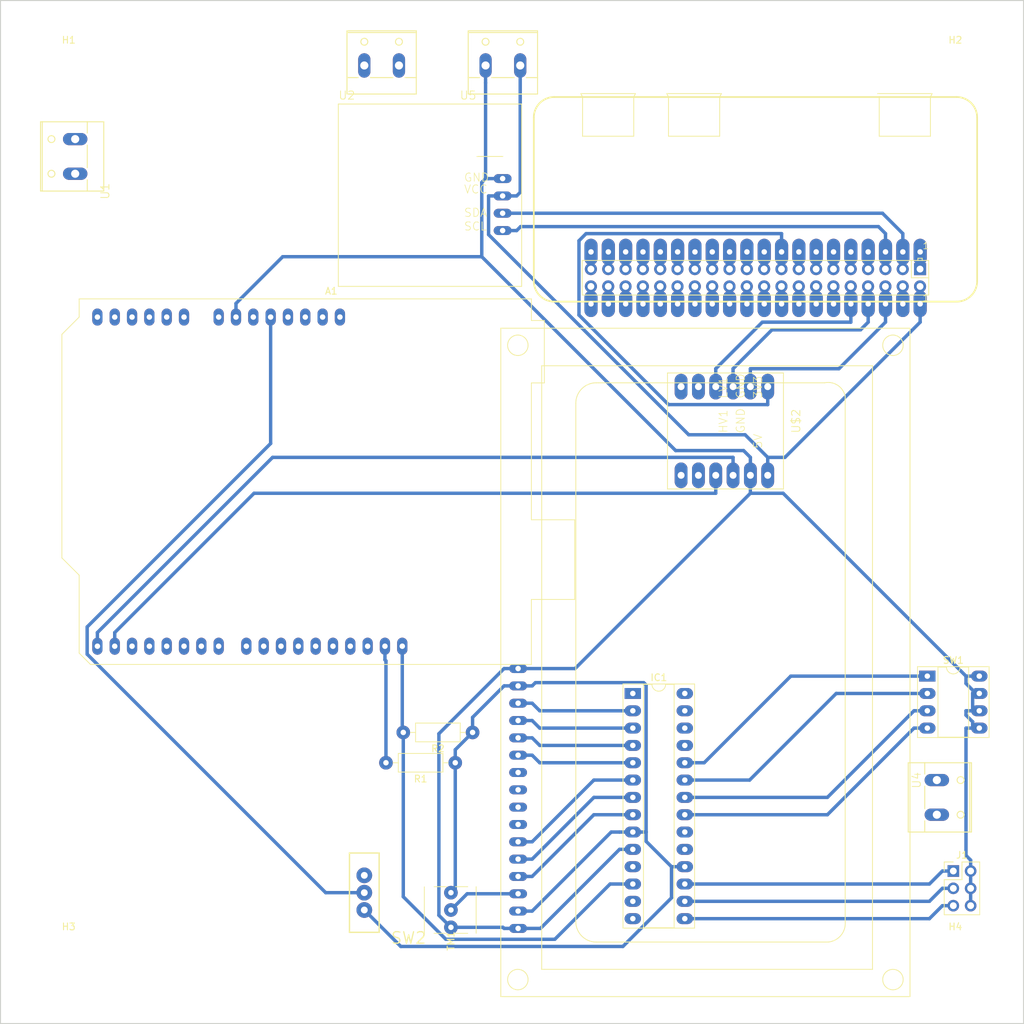
<source format=kicad_pcb>
(kicad_pcb (version 20171130) (host pcbnew 5.0.2-bee76a0~70~ubuntu18.04.1)

  (general
    (thickness 1.6)
    (drawings 4)
    (tracks 263)
    (zones 0)
    (modules 20)
    (nets 112)
  )

  (page A4)
  (layers
    (0 Top signal)
    (31 Bottom signal)
    (32 B.Adhes user)
    (33 F.Adhes user)
    (34 B.Paste user)
    (35 F.Paste user)
    (36 B.SilkS user)
    (37 F.SilkS user)
    (38 B.Mask user)
    (39 F.Mask user)
    (40 Dwgs.User user)
    (41 Cmts.User user)
    (42 Eco1.User user)
    (43 Eco2.User user)
    (44 Edge.Cuts user)
    (45 Margin user)
    (46 B.CrtYd user)
    (47 F.CrtYd user)
    (48 B.Fab user)
    (49 F.Fab user)
  )

  (setup
    (last_trace_width 0.5)
    (trace_clearance 0.5)
    (zone_clearance 0.508)
    (zone_45_only no)
    (trace_min 0.5)
    (segment_width 0.2)
    (edge_width 0.15)
    (via_size 0.8)
    (via_drill 0.4)
    (via_min_size 0.4)
    (via_min_drill 0.3)
    (uvia_size 0.3)
    (uvia_drill 0.1)
    (uvias_allowed no)
    (uvia_min_size 0.2)
    (uvia_min_drill 0.1)
    (pcb_text_width 0.3)
    (pcb_text_size 1.5 1.5)
    (mod_edge_width 0.15)
    (mod_text_size 1 1)
    (mod_text_width 0.15)
    (pad_size 1.524 1.524)
    (pad_drill 0.762)
    (pad_to_mask_clearance 0.051)
    (solder_mask_min_width 0.25)
    (aux_axis_origin 0 0)
    (visible_elements FEFFFF7F)
    (pcbplotparams
      (layerselection 0x01000_ffffffff)
      (usegerberextensions false)
      (usegerberattributes false)
      (usegerberadvancedattributes false)
      (creategerberjobfile false)
      (excludeedgelayer true)
      (linewidth 0.100000)
      (plotframeref false)
      (viasonmask false)
      (mode 1)
      (useauxorigin false)
      (hpglpennumber 1)
      (hpglpenspeed 20)
      (hpglpendiameter 15.000000)
      (psnegative false)
      (psa4output false)
      (plotreference true)
      (plotvalue true)
      (plotinvisibletext false)
      (padsonsilk false)
      (subtractmaskfromsilk false)
      (outputformat 1)
      (mirror false)
      (drillshape 0)
      (scaleselection 1)
      (outputdirectory "gerber/"))
  )

  (net 0 "")
  (net 1 GND)
  (net 2 "Net-(IC1-Pad28)")
  (net 3 "Net-(IC1-Pad27)")
  (net 4 "Net-(IC1-Pad26)")
  (net 5 "Net-(IC1-Pad25)")
  (net 6 "Net-(IC1-Pad24)")
  (net 7 "Net-(IC1-Pad23)")
  (net 8 "Net-(IC1-Pad22)")
  (net 9 "Net-(IC1-Pad21)")
  (net 10 "Net-(IC1-Pad20)")
  (net 11 "Net-(IC1-Pad19)")
  (net 12 "Net-(IC1-Pad6)")
  (net 13 "Net-(IC1-Pad5)")
  (net 14 "Net-(IC1-Pad4)")
  (net 15 "Net-(IC1-Pad3)")
  (net 16 "Net-(IC1-Pad2)")
  (net 17 "Net-(IC1-Pad1)")
  (net 18 "Net-(TM1-Pad2)")
  (net 19 "Net-(A1-Pad16)")
  (net 20 "Net-(A1-Pad15)")
  (net 21 "Net-(A1-Pad30)")
  (net 22 "Net-(A1-Pad14)")
  (net 23 "Net-(A1-Pad29)")
  (net 24 "Net-(A1-Pad13)")
  (net 25 "Net-(A1-Pad28)")
  (net 26 "Net-(A1-Pad12)")
  (net 27 "Net-(A1-Pad27)")
  (net 28 "Net-(A1-Pad11)")
  (net 29 "Net-(A1-Pad26)")
  (net 30 "Net-(A1-Pad10)")
  (net 31 "Net-(A1-Pad25)")
  (net 32 "Net-(A1-Pad9)")
  (net 33 "Net-(A1-Pad24)")
  (net 34 "Net-(A1-Pad8)")
  (net 35 "Net-(A1-Pad23)")
  (net 36 "Net-(A1-Pad22)")
  (net 37 "Net-(A1-Pad21)")
  (net 38 "Net-(A1-Pad20)")
  (net 39 "Net-(A1-Pad4)")
  (net 40 "Net-(A1-Pad19)")
  (net 41 "Net-(A1-Pad3)")
  (net 42 "Net-(A1-Pad18)")
  (net 43 "Net-(A1-Pad2)")
  (net 44 "Net-(A1-Pad17)")
  (net 45 "Net-(A1-Pad1)")
  (net 46 "Net-(A1-Pad31)")
  (net 47 "Net-(A1-Pad32)")
  (net 48 +5V)
  (net 49 "Net-(SW2-Pad3)")
  (net 50 "Net-(U$1-Pad40)")
  (net 51 "Net-(U$1-Pad38)")
  (net 52 "Net-(U$1-Pad36)")
  (net 53 "Net-(U$1-Pad34)")
  (net 54 "Net-(U$1-Pad32)")
  (net 55 "Net-(U$1-Pad30)")
  (net 56 "Net-(U$1-Pad28)")
  (net 57 "Net-(U$1-Pad26)")
  (net 58 "Net-(U$1-Pad24)")
  (net 59 "Net-(U$1-Pad22)")
  (net 60 "Net-(U$1-Pad20)")
  (net 61 "Net-(U$1-Pad18)")
  (net 62 "Net-(U$1-Pad16)")
  (net 63 "Net-(U$1-Pad14)")
  (net 64 "Net-(U$1-Pad12)")
  (net 65 "Net-(U$1-Pad10)")
  (net 66 "Net-(U$1-Pad8)")
  (net 67 "Net-(U$1-Pad6)")
  (net 68 "Net-(U$1-Pad4)")
  (net 69 "Net-(U$1-Pad39)")
  (net 70 "Net-(U$1-Pad37)")
  (net 71 "Net-(U$1-Pad35)")
  (net 72 "Net-(U$1-Pad33)")
  (net 73 "Net-(U$1-Pad31)")
  (net 74 "Net-(U$1-Pad29)")
  (net 75 "Net-(U$1-Pad27)")
  (net 76 "Net-(U$1-Pad25)")
  (net 77 "Net-(U$1-Pad23)")
  (net 78 "Net-(U$1-Pad21)")
  (net 79 "Net-(U$1-Pad19)")
  (net 80 +3V3)
  (net 81 "Net-(U$1-Pad15)")
  (net 82 "Net-(U$1-Pad13)")
  (net 83 "Net-(U$1-Pad11)")
  (net 84 "Net-(U$1-Pad9)")
  (net 85 "Net-(U$1-Pad7)")
  (net 86 "Net-(U$1-Pad5)")
  (net 87 "Net-(U$1-Pad3)")
  (net 88 "Net-(X2-Pad10)")
  (net 89 "Net-(X2-Pad9)")
  (net 90 "Net-(X2-Pad8)")
  (net 91 "Net-(X2-Pad7)")
  (net 92 LV3)
  (net 93 LV4)
  (net 94 "Net-(U$2-Pad8)")
  (net 95 "Net-(U$2-Pad7)")
  (net 96 "Net-(U1-Pad1)")
  (net 97 "Net-(U1-Pad2)")
  (net 98 "Net-(U2-Pad2)")
  (net 99 "Net-(U2-Pad1)")
  (net 100 "Net-(U4-Pad2)")
  (net 101 "Net-(U4-Pad1)")
  (net 102 "Net-(A1-Pad6)")
  (net 103 "Net-(A1-Pad5)")
  (net 104 "Net-(IC1-Pad7)")
  (net 105 "Net-(IC1-Pad8)")
  (net 106 "Net-(U$1-Pad1)")
  (net 107 /5V_Pi)
  (net 108 "Net-(IC1-Pad15)")
  (net 109 "Net-(IC1-Pad16)")
  (net 110 "Net-(IC1-Pad17)")
  (net 111 "Net-(IC1-Pad13)")

  (net_class Default "This is the default net class."
    (clearance 0.5)
    (trace_width 0.5)
    (via_dia 0.8)
    (via_drill 0.4)
    (uvia_dia 0.3)
    (uvia_drill 0.1)
    (diff_pair_gap 0.25)
    (diff_pair_width 0.5)
    (add_net +3V3)
    (add_net +5V)
    (add_net /5V_Pi)
    (add_net GND)
    (add_net LV3)
    (add_net LV4)
    (add_net "Net-(A1-Pad1)")
    (add_net "Net-(A1-Pad10)")
    (add_net "Net-(A1-Pad11)")
    (add_net "Net-(A1-Pad12)")
    (add_net "Net-(A1-Pad13)")
    (add_net "Net-(A1-Pad14)")
    (add_net "Net-(A1-Pad15)")
    (add_net "Net-(A1-Pad16)")
    (add_net "Net-(A1-Pad17)")
    (add_net "Net-(A1-Pad18)")
    (add_net "Net-(A1-Pad19)")
    (add_net "Net-(A1-Pad2)")
    (add_net "Net-(A1-Pad20)")
    (add_net "Net-(A1-Pad21)")
    (add_net "Net-(A1-Pad22)")
    (add_net "Net-(A1-Pad23)")
    (add_net "Net-(A1-Pad24)")
    (add_net "Net-(A1-Pad25)")
    (add_net "Net-(A1-Pad26)")
    (add_net "Net-(A1-Pad27)")
    (add_net "Net-(A1-Pad28)")
    (add_net "Net-(A1-Pad29)")
    (add_net "Net-(A1-Pad3)")
    (add_net "Net-(A1-Pad30)")
    (add_net "Net-(A1-Pad31)")
    (add_net "Net-(A1-Pad32)")
    (add_net "Net-(A1-Pad4)")
    (add_net "Net-(A1-Pad5)")
    (add_net "Net-(A1-Pad6)")
    (add_net "Net-(A1-Pad8)")
    (add_net "Net-(A1-Pad9)")
    (add_net "Net-(IC1-Pad1)")
    (add_net "Net-(IC1-Pad13)")
    (add_net "Net-(IC1-Pad15)")
    (add_net "Net-(IC1-Pad16)")
    (add_net "Net-(IC1-Pad17)")
    (add_net "Net-(IC1-Pad19)")
    (add_net "Net-(IC1-Pad2)")
    (add_net "Net-(IC1-Pad20)")
    (add_net "Net-(IC1-Pad21)")
    (add_net "Net-(IC1-Pad22)")
    (add_net "Net-(IC1-Pad23)")
    (add_net "Net-(IC1-Pad24)")
    (add_net "Net-(IC1-Pad25)")
    (add_net "Net-(IC1-Pad26)")
    (add_net "Net-(IC1-Pad27)")
    (add_net "Net-(IC1-Pad28)")
    (add_net "Net-(IC1-Pad3)")
    (add_net "Net-(IC1-Pad4)")
    (add_net "Net-(IC1-Pad5)")
    (add_net "Net-(IC1-Pad6)")
    (add_net "Net-(IC1-Pad7)")
    (add_net "Net-(IC1-Pad8)")
    (add_net "Net-(SW2-Pad3)")
    (add_net "Net-(TM1-Pad2)")
    (add_net "Net-(U$1-Pad1)")
    (add_net "Net-(U$1-Pad10)")
    (add_net "Net-(U$1-Pad11)")
    (add_net "Net-(U$1-Pad12)")
    (add_net "Net-(U$1-Pad13)")
    (add_net "Net-(U$1-Pad14)")
    (add_net "Net-(U$1-Pad15)")
    (add_net "Net-(U$1-Pad16)")
    (add_net "Net-(U$1-Pad18)")
    (add_net "Net-(U$1-Pad19)")
    (add_net "Net-(U$1-Pad20)")
    (add_net "Net-(U$1-Pad21)")
    (add_net "Net-(U$1-Pad22)")
    (add_net "Net-(U$1-Pad23)")
    (add_net "Net-(U$1-Pad24)")
    (add_net "Net-(U$1-Pad25)")
    (add_net "Net-(U$1-Pad26)")
    (add_net "Net-(U$1-Pad27)")
    (add_net "Net-(U$1-Pad28)")
    (add_net "Net-(U$1-Pad29)")
    (add_net "Net-(U$1-Pad3)")
    (add_net "Net-(U$1-Pad30)")
    (add_net "Net-(U$1-Pad31)")
    (add_net "Net-(U$1-Pad32)")
    (add_net "Net-(U$1-Pad33)")
    (add_net "Net-(U$1-Pad34)")
    (add_net "Net-(U$1-Pad35)")
    (add_net "Net-(U$1-Pad36)")
    (add_net "Net-(U$1-Pad37)")
    (add_net "Net-(U$1-Pad38)")
    (add_net "Net-(U$1-Pad39)")
    (add_net "Net-(U$1-Pad4)")
    (add_net "Net-(U$1-Pad40)")
    (add_net "Net-(U$1-Pad5)")
    (add_net "Net-(U$1-Pad6)")
    (add_net "Net-(U$1-Pad7)")
    (add_net "Net-(U$1-Pad8)")
    (add_net "Net-(U$1-Pad9)")
    (add_net "Net-(U$2-Pad7)")
    (add_net "Net-(U$2-Pad8)")
    (add_net "Net-(U1-Pad1)")
    (add_net "Net-(U1-Pad2)")
    (add_net "Net-(U2-Pad1)")
    (add_net "Net-(U2-Pad2)")
    (add_net "Net-(U4-Pad1)")
    (add_net "Net-(U4-Pad2)")
    (add_net "Net-(X2-Pad10)")
    (add_net "Net-(X2-Pad7)")
    (add_net "Net-(X2-Pad8)")
    (add_net "Net-(X2-Pad9)")
  )

  (module mylibrary:RASPBERRYPI_V13_EXTRAPADS (layer Top) (tedit 5C2E687C) (tstamp 5C2DC8D2)
    (at 139.7 40.64 180)
    (descr "Raspberry Pi board model B+, full outline with position of big connectors &amp; drill holes")
    (path /850A8AB0BABD3B23)
    (fp_text reference U$1 (at 0 0 180) (layer F.SilkS) hide
      (effects (font (size 1.27 1.27) (thickness 0.15)))
    )
    (fp_text value RPI-ZERO (at 17.561918 7.591671 180) (layer F.Fab)
      (effects (font (size 1.2065 1.2065) (thickness 0.1016)) (justify top))
    )
    (fp_text user 1 (at 4.55985 -3.502718 180) (layer F.SilkS)
      (effects (font (size 0.9652 0.9652) (thickness 0.1016)) (justify left bottom))
    )
    (fp_line (start 54.60735 26.989781) (end 54.35735 26.489781) (layer F.SilkS) (width 0.127))
    (fp_line (start 46.60735 26.989781) (end 54.60735 26.989781) (layer F.SilkS) (width 0.127))
    (fp_line (start 46.85735 26.489781) (end 46.60735 26.989781) (layer F.SilkS) (width 0.127))
    (fp_line (start 54.35735 20.739781) (end 54.35735 26.489781) (layer F.SilkS) (width 0.127))
    (fp_line (start 46.85735 20.739781) (end 54.35735 20.739781) (layer F.SilkS) (width 0.127))
    (fp_line (start 46.85735 26.489781) (end 46.85735 20.739781) (layer F.SilkS) (width 0.127))
    (fp_line (start 46.85735 26.489781) (end 54.35735 26.489781) (layer B.Fab) (width 0.254))
    (fp_line (start 46.00735 26.489781) (end 46.85735 26.489781) (layer B.Fab) (width 0.254))
    (fp_line (start 42.00735 26.989781) (end 41.75735 26.489781) (layer F.SilkS) (width 0.127))
    (fp_line (start 34.00735 26.989781) (end 42.00735 26.989781) (layer F.SilkS) (width 0.127))
    (fp_line (start 34.25735 26.489781) (end 34.00735 26.989781) (layer F.SilkS) (width 0.127))
    (fp_line (start 41.75735 20.739781) (end 41.75735 26.489781) (layer F.SilkS) (width 0.127))
    (fp_line (start 34.25735 20.739781) (end 41.75735 20.739781) (layer F.SilkS) (width 0.127))
    (fp_line (start 34.25735 26.489781) (end 34.25735 20.739781) (layer F.SilkS) (width 0.127))
    (fp_line (start 34.25735 26.489781) (end 41.75735 26.489781) (layer B.Fab) (width 0.254))
    (fp_line (start 33.40735 26.489781) (end 34.25735 26.489781) (layer B.Fab) (width 0.254))
    (fp_text user 1 (at 4.55985 4.117281 180) (layer F.SilkS)
      (effects (font (size 0.9652 0.9652) (thickness 0.1016)) (justify left bottom))
    )
    (fp_line (start 11.10735 26.989781) (end 10.85735 26.489781) (layer B.Fab) (width 0.127))
    (fp_line (start 3.10735 26.989781) (end 11.10735 26.989781) (layer F.SilkS) (width 0.127))
    (fp_line (start 3.35735 26.489781) (end 3.10735 26.989781) (layer F.SilkS) (width 0.127))
    (fp_line (start 10.85735 20.739781) (end 10.85735 26.489781) (layer F.SilkS) (width 0.127))
    (fp_line (start 3.35735 20.739781) (end 10.85735 20.739781) (layer F.SilkS) (width 0.127))
    (fp_line (start 3.35735 26.489781) (end 3.35735 20.739781) (layer F.SilkS) (width 0.127))
    (fp_line (start 5.19485 2.847281) (end 5.19485 2.529781) (layer F.SilkS) (width 0.127))
    (fp_line (start 4.55985 2.847281) (end 5.19485 2.847281) (layer F.SilkS) (width 0.127))
    (fp_line (start 4.55985 2.529781) (end 4.55985 2.847281) (layer F.SilkS) (width 0.127))
    (fp_line (start 6.14735 -0.010218) (end 6.14735 2.529781) (layer F.SilkS) (width 0.127))
    (fp_line (start 3.60735 -0.010218) (end 6.14735 -0.010218) (layer F.SilkS) (width 0.127))
    (fp_line (start 54.40735 -2.550218) (end 3.60735 -2.550218) (layer F.SilkS) (width 0.127))
    (fp_line (start 54.40735 2.529781) (end 54.40735 -2.550218) (layer F.SilkS) (width 0.127))
    (fp_line (start 6.14735 2.529781) (end 54.40735 2.529781) (layer F.SilkS) (width 0.127))
    (fp_line (start 5.19485 2.529781) (end 6.14735 2.529781) (layer F.SilkS) (width 0.127))
    (fp_line (start 4.55985 2.529781) (end 5.19485 2.529781) (layer F.SilkS) (width 0.127))
    (fp_line (start 3.60735 2.529781) (end 4.55985 2.529781) (layer F.SilkS) (width 0.127))
    (fp_line (start 3.60735 -0.010218) (end 3.60735 2.529781) (layer F.SilkS) (width 0.127))
    (fp_line (start 3.60735 -2.550218) (end 3.60735 -0.010218) (layer F.SilkS) (width 0.127))
    (fp_line (start -3.49265 -0.510218) (end -3.49265 23.489781) (layer F.SilkS) (width 0.254))
    (fp_arc (start -0.492649 -0.510217) (end -0.49265 -3.510218) (angle -90) (layer F.SilkS) (width 0.254))
    (fp_line (start 58.50735 -3.510218) (end -0.49265 -3.510218) (layer F.SilkS) (width 0.254))
    (fp_arc (start 58.50735 -0.510217) (end 61.50735 -0.510218) (angle -90) (layer F.SilkS) (width 0.254))
    (fp_line (start 61.50735 23.489781) (end 61.50735 -0.510218) (layer F.SilkS) (width 0.254))
    (fp_arc (start 58.50735 23.489781) (end 58.50735 26.489781) (angle -90) (layer F.SilkS) (width 0.254))
    (fp_line (start 10.85735 26.489781) (end 58.50735 26.489781) (layer F.SilkS) (width 0.254))
    (fp_line (start 3.35735 26.489781) (end 10.85735 26.489781) (layer F.SilkS) (width 0.254))
    (fp_line (start -0.49265 26.489781) (end 3.35735 26.489781) (layer F.SilkS) (width 0.254))
    (fp_arc (start -0.492649 23.489781) (end -3.49265 23.489781) (angle -90) (layer F.SilkS) (width 0.254))
    (fp_circle (center 0.00735 -0.010218) (end 3.10735 -0.010218) (layer B.Fab) (width 0.127))
    (fp_circle (center 58.00735 -0.010218) (end 61.10735 -0.010218) (layer B.Fab) (width 0.127))
    (fp_circle (center 58.00735 22.989781) (end 61.10735 22.989781) (layer B.Fab) (width 0.127))
    (fp_circle (center 0.00735 22.989781) (end 3.10735 22.989781) (layer B.Fab) (width 0.127))
    (pad 40_LONG thru_hole oval (at 53.121918 -3.838328 270) (size 3.8608 1.9304) (drill 0.8) (layers *.Cu *.Mask)
      (net 50 "Net-(U$1-Pad40)") (solder_mask_margin 0.1016))
    (pad 38_LONG thru_hole oval (at 50.581918 -3.838328 270) (size 3.8608 1.9304) (drill 0.8) (layers *.Cu *.Mask)
      (net 51 "Net-(U$1-Pad38)") (solder_mask_margin 0.1016))
    (pad 36_LONG thru_hole oval (at 48.041918 -3.838328 270) (size 3.8608 1.9304) (drill 0.8) (layers *.Cu *.Mask)
      (net 52 "Net-(U$1-Pad36)") (solder_mask_margin 0.1016))
    (pad 34_LONG thru_hole oval (at 45.501918 -3.838328 270) (size 3.8608 1.9304) (drill 0.8) (layers *.Cu *.Mask)
      (net 53 "Net-(U$1-Pad34)") (solder_mask_margin 0.1016))
    (pad 32_LONG thru_hole oval (at 42.961918 -3.838328 270) (size 3.8608 1.9304) (drill 0.8) (layers *.Cu *.Mask)
      (net 54 "Net-(U$1-Pad32)") (solder_mask_margin 0.1016))
    (pad 30_LONG thru_hole oval (at 40.421918 -3.838328 270) (size 3.8608 1.9304) (drill 0.8) (layers *.Cu *.Mask)
      (net 55 "Net-(U$1-Pad30)") (solder_mask_margin 0.1016))
    (pad 28_LONG thru_hole oval (at 37.881918 -3.838328 270) (size 3.8608 1.9304) (drill 0.8) (layers *.Cu *.Mask)
      (net 56 "Net-(U$1-Pad28)") (solder_mask_margin 0.1016))
    (pad 26_LONG thru_hole oval (at 35.341918 -3.838328 270) (size 3.8608 1.9304) (drill 0.8) (layers *.Cu *.Mask)
      (net 57 "Net-(U$1-Pad26)") (solder_mask_margin 0.1016))
    (pad 24_LONG thru_hole oval (at 32.801918 -3.838328 270) (size 3.8608 1.9304) (drill 0.8) (layers *.Cu *.Mask)
      (net 58 "Net-(U$1-Pad24)") (solder_mask_margin 0.1016))
    (pad 22_LONG thru_hole oval (at 30.261918 -3.838328 270) (size 3.8608 1.9304) (drill 0.8) (layers *.Cu *.Mask)
      (net 59 "Net-(U$1-Pad22)") (solder_mask_margin 0.1016))
    (pad 20_LONG thru_hole oval (at 27.721918 -3.838328 270) (size 3.8608 1.9304) (drill 0.8) (layers *.Cu *.Mask)
      (net 60 "Net-(U$1-Pad20)") (solder_mask_margin 0.1016))
    (pad 18_LONG thru_hole oval (at 25.181918 -3.838328 270) (size 3.8608 1.9304) (drill 0.8) (layers *.Cu *.Mask)
      (net 61 "Net-(U$1-Pad18)") (solder_mask_margin 0.1016))
    (pad 16_LONG thru_hole oval (at 22.641918 -3.838328 270) (size 3.8608 1.9304) (drill 0.8) (layers *.Cu *.Mask)
      (net 62 "Net-(U$1-Pad16)") (solder_mask_margin 0.1016))
    (pad 14_LONG thru_hole oval (at 20.101918 -3.838328 270) (size 3.8608 1.9304) (drill 0.8) (layers *.Cu *.Mask)
      (net 63 "Net-(U$1-Pad14)") (solder_mask_margin 0.1016))
    (pad 12_LONG thru_hole oval (at 17.561918 -3.838328 270) (size 3.8608 1.9304) (drill 0.8) (layers *.Cu *.Mask)
      (net 64 "Net-(U$1-Pad12)") (solder_mask_margin 0.1016))
    (pad 10_LONG thru_hole oval (at 15.021918 -3.838328 270) (size 3.8608 1.9304) (drill 0.8) (layers *.Cu *.Mask)
      (net 65 "Net-(U$1-Pad10)") (solder_mask_margin 0.1016))
    (pad 8_LONG thru_hole oval (at 12.481918 -3.838328 270) (size 3.8608 1.9304) (drill 0.8) (layers *.Cu *.Mask)
      (net 66 "Net-(U$1-Pad8)") (solder_mask_margin 0.1016))
    (pad 6_LONG thru_hole oval (at 9.941918 -3.838328 270) (size 3.8608 1.9304) (drill 0.8) (layers *.Cu *.Mask)
      (net 67 "Net-(U$1-Pad6)") (solder_mask_margin 0.1016))
    (pad 4_LONG thru_hole oval (at 7.401918 -3.838328 270) (size 3.8608 1.9304) (drill 0.8) (layers *.Cu *.Mask)
      (net 68 "Net-(U$1-Pad4)") (solder_mask_margin 0.1016))
    (pad 2_LONG thru_hole oval (at 4.861918 -3.838328 270) (size 3.8608 1.9304) (drill 0.8) (layers *.Cu *.Mask)
      (net 107 /5V_Pi) (solder_mask_margin 0.1016))
    (pad 39_LONG thru_hole oval (at 53.121918 3.781671 270) (size 3.8608 1.9304) (drill 0.8) (layers *.Cu *.Mask)
      (net 69 "Net-(U$1-Pad39)") (solder_mask_margin 0.1016))
    (pad 37_LONG thru_hole oval (at 50.581918 3.781671 270) (size 3.8608 1.9304) (drill 0.8) (layers *.Cu *.Mask)
      (net 70 "Net-(U$1-Pad37)") (solder_mask_margin 0.1016))
    (pad 35_LONG thru_hole oval (at 48.041918 3.781671 270) (size 3.8608 1.9304) (drill 0.8) (layers *.Cu *.Mask)
      (net 71 "Net-(U$1-Pad35)") (solder_mask_margin 0.1016))
    (pad 33_LONG thru_hole oval (at 45.501918 3.781671 270) (size 3.8608 1.9304) (drill 0.8) (layers *.Cu *.Mask)
      (net 72 "Net-(U$1-Pad33)") (solder_mask_margin 0.1016))
    (pad 31_LONG thru_hole oval (at 42.961918 3.781671 270) (size 3.8608 1.9304) (drill 0.8) (layers *.Cu *.Mask)
      (net 73 "Net-(U$1-Pad31)") (solder_mask_margin 0.1016))
    (pad 29_LONG thru_hole oval (at 40.421918 3.781671 270) (size 3.8608 1.9304) (drill 0.8) (layers *.Cu *.Mask)
      (net 74 "Net-(U$1-Pad29)") (solder_mask_margin 0.1016))
    (pad 27_LONG thru_hole oval (at 37.881918 3.781671 270) (size 3.8608 1.9304) (drill 0.8) (layers *.Cu *.Mask)
      (net 75 "Net-(U$1-Pad27)") (solder_mask_margin 0.1016))
    (pad 25_LONG thru_hole oval (at 35.341918 3.781671 270) (size 3.8608 1.9304) (drill 0.8) (layers *.Cu *.Mask)
      (net 76 "Net-(U$1-Pad25)") (solder_mask_margin 0.1016))
    (pad 23_LONG thru_hole oval (at 32.801918 3.781671 270) (size 3.8608 1.9304) (drill 0.8) (layers *.Cu *.Mask)
      (net 77 "Net-(U$1-Pad23)") (solder_mask_margin 0.1016))
    (pad 21_LONG thru_hole oval (at 30.261918 3.781671 270) (size 3.8608 1.9304) (drill 0.8) (layers *.Cu *.Mask)
      (net 78 "Net-(U$1-Pad21)") (solder_mask_margin 0.1016))
    (pad 19_LONG thru_hole oval (at 27.721918 3.781671 270) (size 3.8608 1.9304) (drill 0.8) (layers *.Cu *.Mask)
      (net 79 "Net-(U$1-Pad19)") (solder_mask_margin 0.1016))
    (pad 17_LONG thru_hole oval (at 25.181918 3.781671 270) (size 3.8608 1.9304) (drill 0.8) (layers *.Cu *.Mask)
      (net 80 +3V3) (solder_mask_margin 0.1016))
    (pad 15_LONG thru_hole oval (at 22.641918 3.781671 270) (size 3.8608 1.9304) (drill 0.8) (layers *.Cu *.Mask)
      (net 81 "Net-(U$1-Pad15)") (solder_mask_margin 0.1016))
    (pad 13_LONG thru_hole oval (at 20.101918 3.781671 270) (size 3.8608 1.9304) (drill 0.8) (layers *.Cu *.Mask)
      (net 82 "Net-(U$1-Pad13)") (solder_mask_margin 0.1016))
    (pad 11_LONG thru_hole oval (at 17.561918 3.781671 270) (size 3.8608 1.9304) (drill 0.8) (layers *.Cu *.Mask)
      (net 83 "Net-(U$1-Pad11)") (solder_mask_margin 0.1016))
    (pad 9_LONG thru_hole oval (at 15.021918 3.781671 270) (size 3.8608 1.9304) (drill 0.8) (layers *.Cu *.Mask)
      (net 84 "Net-(U$1-Pad9)") (solder_mask_margin 0.1016))
    (pad 7_LONG thru_hole oval (at 12.481918 3.781671 270) (size 3.8608 1.9304) (drill 0.8) (layers *.Cu *.Mask)
      (net 85 "Net-(U$1-Pad7)") (solder_mask_margin 0.1016))
    (pad 5_LONG thru_hole oval (at 9.941918 3.781671 270) (size 3.8608 1.9304) (drill 0.8) (layers *.Cu *.Mask)
      (net 86 "Net-(U$1-Pad5)") (solder_mask_margin 0.1016))
    (pad 3_LONG thru_hole oval (at 7.401918 3.781671 270) (size 3.8608 1.9304) (drill 0.8) (layers *.Cu *.Mask)
      (net 87 "Net-(U$1-Pad3)") (solder_mask_margin 0.1016))
    (pad 1_LONG thru_hole oval (at 4.861918 3.781671 270) (size 3.8608 1.9304) (drill 0.8) (layers *.Cu *.Mask)
      (net 106 "Net-(U$1-Pad1)") (solder_mask_margin 0.1016))
    (pad "" np_thru_hole circle (at 58.00735 -0.010218 180) (size 2.75 2.75) (drill 2.75) (layers *.Cu))
    (pad "" np_thru_hole circle (at 58.00735 22.989781 180) (size 2.75 2.75) (drill 2.75) (layers *.Cu))
    (pad "" np_thru_hole circle (at 0.00735 -0.010218 180) (size 2.75 2.75) (drill 2.75) (layers *.Cu))
    (pad "" np_thru_hole circle (at 0.00735 22.989781 180) (size 2.75 2.75) (drill 2.75) (layers *.Cu))
    (pad 40 thru_hole circle (at 53.13735 -1.280218 180) (size 1.778 1.778) (drill 1) (layers *.Cu *.Mask)
      (net 50 "Net-(U$1-Pad40)") (solder_mask_margin 0.1016))
    (pad 39 thru_hole circle (at 53.13735 1.259781 180) (size 1.778 1.778) (drill 1) (layers *.Cu *.Mask)
      (net 69 "Net-(U$1-Pad39)") (solder_mask_margin 0.1016))
    (pad 38 thru_hole circle (at 50.59735 -1.280218 180) (size 1.778 1.778) (drill 1) (layers *.Cu *.Mask)
      (net 51 "Net-(U$1-Pad38)") (solder_mask_margin 0.1016))
    (pad 37 thru_hole circle (at 50.59735 1.259781 180) (size 1.778 1.778) (drill 1) (layers *.Cu *.Mask)
      (net 70 "Net-(U$1-Pad37)") (solder_mask_margin 0.1016))
    (pad 36 thru_hole circle (at 48.05735 -1.280218 180) (size 1.778 1.778) (drill 1) (layers *.Cu *.Mask)
      (net 52 "Net-(U$1-Pad36)") (solder_mask_margin 0.1016))
    (pad 35 thru_hole circle (at 48.05735 1.259781 180) (size 1.778 1.778) (drill 1) (layers *.Cu *.Mask)
      (net 71 "Net-(U$1-Pad35)") (solder_mask_margin 0.1016))
    (pad 34 thru_hole circle (at 45.51735 -1.280218 180) (size 1.778 1.778) (drill 1) (layers *.Cu *.Mask)
      (net 53 "Net-(U$1-Pad34)") (solder_mask_margin 0.1016))
    (pad 33 thru_hole circle (at 45.51735 1.259781 180) (size 1.778 1.778) (drill 1) (layers *.Cu *.Mask)
      (net 72 "Net-(U$1-Pad33)") (solder_mask_margin 0.1016))
    (pad 32 thru_hole circle (at 42.97735 -1.280218 180) (size 1.778 1.778) (drill 1) (layers *.Cu *.Mask)
      (net 54 "Net-(U$1-Pad32)") (solder_mask_margin 0.1016))
    (pad 31 thru_hole circle (at 42.97735 1.259781 180) (size 1.778 1.778) (drill 1) (layers *.Cu *.Mask)
      (net 73 "Net-(U$1-Pad31)") (solder_mask_margin 0.1016))
    (pad 30 thru_hole circle (at 40.43735 -1.280218 180) (size 1.778 1.778) (drill 1) (layers *.Cu *.Mask)
      (net 55 "Net-(U$1-Pad30)") (solder_mask_margin 0.1016))
    (pad 29 thru_hole circle (at 40.43735 1.259781 180) (size 1.778 1.778) (drill 1) (layers *.Cu *.Mask)
      (net 74 "Net-(U$1-Pad29)") (solder_mask_margin 0.1016))
    (pad 28 thru_hole circle (at 37.89735 -1.280218 180) (size 1.778 1.778) (drill 1) (layers *.Cu *.Mask)
      (net 56 "Net-(U$1-Pad28)") (solder_mask_margin 0.1016))
    (pad 27 thru_hole circle (at 37.89735 1.259781 180) (size 1.778 1.778) (drill 1) (layers *.Cu *.Mask)
      (net 75 "Net-(U$1-Pad27)") (solder_mask_margin 0.1016))
    (pad 26 thru_hole circle (at 35.35735 -1.280218 180) (size 1.778 1.778) (drill 1) (layers *.Cu *.Mask)
      (net 57 "Net-(U$1-Pad26)") (solder_mask_margin 0.1016))
    (pad 25 thru_hole circle (at 35.35735 1.259781 180) (size 1.778 1.778) (drill 1) (layers *.Cu *.Mask)
      (net 76 "Net-(U$1-Pad25)") (solder_mask_margin 0.1016))
    (pad 24 thru_hole circle (at 32.81735 -1.280218 180) (size 1.778 1.778) (drill 1) (layers *.Cu *.Mask)
      (net 58 "Net-(U$1-Pad24)") (solder_mask_margin 0.1016))
    (pad 23 thru_hole circle (at 32.81735 1.259781 180) (size 1.778 1.778) (drill 1) (layers *.Cu *.Mask)
      (net 77 "Net-(U$1-Pad23)") (solder_mask_margin 0.1016))
    (pad 22 thru_hole circle (at 30.27735 -1.280218 180) (size 1.778 1.778) (drill 1) (layers *.Cu *.Mask)
      (net 59 "Net-(U$1-Pad22)") (solder_mask_margin 0.1016))
    (pad 21 thru_hole circle (at 30.27735 1.259781 180) (size 1.778 1.778) (drill 1) (layers *.Cu *.Mask)
      (net 78 "Net-(U$1-Pad21)") (solder_mask_margin 0.1016))
    (pad 20 thru_hole circle (at 27.73735 -1.280218 180) (size 1.778 1.778) (drill 1) (layers *.Cu *.Mask)
      (net 60 "Net-(U$1-Pad20)") (solder_mask_margin 0.1016))
    (pad 19 thru_hole circle (at 27.73735 1.259781 180) (size 1.778 1.778) (drill 1) (layers *.Cu *.Mask)
      (net 79 "Net-(U$1-Pad19)") (solder_mask_margin 0.1016))
    (pad 18 thru_hole circle (at 25.19735 -1.280218 180) (size 1.778 1.778) (drill 1) (layers *.Cu *.Mask)
      (net 61 "Net-(U$1-Pad18)") (solder_mask_margin 0.1016))
    (pad 17 thru_hole circle (at 25.19735 1.259781 180) (size 1.778 1.778) (drill 1) (layers *.Cu *.Mask)
      (net 80 +3V3) (solder_mask_margin 0.1016))
    (pad 16 thru_hole circle (at 22.65735 -1.280218 180) (size 1.778 1.778) (drill 1) (layers *.Cu *.Mask)
      (net 62 "Net-(U$1-Pad16)") (solder_mask_margin 0.1016))
    (pad 15 thru_hole circle (at 22.65735 1.259781 180) (size 1.778 1.778) (drill 1) (layers *.Cu *.Mask)
      (net 81 "Net-(U$1-Pad15)") (solder_mask_margin 0.1016))
    (pad 14 thru_hole circle (at 20.11735 -1.280218 180) (size 1.778 1.778) (drill 1) (layers *.Cu *.Mask)
      (net 63 "Net-(U$1-Pad14)") (solder_mask_margin 0.1016))
    (pad 13 thru_hole circle (at 20.11735 1.259781 180) (size 1.778 1.778) (drill 1) (layers *.Cu *.Mask)
      (net 82 "Net-(U$1-Pad13)") (solder_mask_margin 0.1016))
    (pad 12 thru_hole circle (at 17.57735 -1.280218 180) (size 1.778 1.778) (drill 1) (layers *.Cu *.Mask)
      (net 64 "Net-(U$1-Pad12)") (solder_mask_margin 0.1016))
    (pad 11 thru_hole circle (at 17.57735 1.259781 180) (size 1.778 1.778) (drill 1) (layers *.Cu *.Mask)
      (net 83 "Net-(U$1-Pad11)") (solder_mask_margin 0.1016))
    (pad 10 thru_hole circle (at 15.03735 -1.280218 180) (size 1.778 1.778) (drill 1) (layers *.Cu *.Mask)
      (net 65 "Net-(U$1-Pad10)") (solder_mask_margin 0.1016))
    (pad 9 thru_hole circle (at 15.03735 1.259781 180) (size 1.778 1.778) (drill 1) (layers *.Cu *.Mask)
      (net 84 "Net-(U$1-Pad9)") (solder_mask_margin 0.1016))
    (pad 8 thru_hole circle (at 12.49735 -1.280218 180) (size 1.778 1.778) (drill 1) (layers *.Cu *.Mask)
      (net 66 "Net-(U$1-Pad8)") (solder_mask_margin 0.1016))
    (pad 7 thru_hole circle (at 12.49735 1.259781 180) (size 1.778 1.778) (drill 1) (layers *.Cu *.Mask)
      (net 85 "Net-(U$1-Pad7)") (solder_mask_margin 0.1016))
    (pad 6 thru_hole circle (at 9.95735 -1.280218 180) (size 1.778 1.778) (drill 1) (layers *.Cu *.Mask)
      (net 67 "Net-(U$1-Pad6)") (solder_mask_margin 0.1016))
    (pad 5 thru_hole circle (at 9.95735 1.259781 180) (size 1.778 1.778) (drill 1) (layers *.Cu *.Mask)
      (net 86 "Net-(U$1-Pad5)") (solder_mask_margin 0.1016))
    (pad 4 thru_hole circle (at 7.41735 -1.280218 180) (size 1.778 1.778) (drill 1) (layers *.Cu *.Mask)
      (net 68 "Net-(U$1-Pad4)") (solder_mask_margin 0.1016))
    (pad 3 thru_hole circle (at 7.41735 1.259781 180) (size 1.778 1.778) (drill 1) (layers *.Cu *.Mask)
      (net 87 "Net-(U$1-Pad3)") (solder_mask_margin 0.1016))
    (pad 2 thru_hole circle (at 4.87735 -1.280218 180) (size 1.778 1.778) (drill 1) (layers *.Cu *.Mask)
      (net 107 /5V_Pi) (solder_mask_margin 0.1016))
    (pad 1 thru_hole rect (at 4.87735 1.259781 180) (size 1.778 1.778) (drill 1) (layers *.Cu *.Mask)
      (net 106 "Net-(U$1-Pad1)") (solder_mask_margin 0.1016))
  )

  (module mylibrary:Arduino_UNO_R3_WithMountingHoles_mylib (layer Top) (tedit 5C285D43) (tstamp 5C2BCE8B)
    (at 48.26 69.4944 270)
    (descr "Arduino UNO R3, http://www.mouser.com/pdfdocs/Gravitech_Arduino_Nano3_0.pdf")
    (tags "Arduino UNO R3")
    (path /5C2C1D69)
    (fp_text reference A1 (at -26.891731 -0.235999 180) (layer F.SilkS)
      (effects (font (size 1 1) (thickness 0.15)))
    )
    (fp_text value Arduino_UNO_R3_mylib (at -0.221731 -1.505999 90) (layer F.Fab)
      (effects (font (size 1 1) (thickness 0.15)))
    )
    (fp_line (start -25.621731 -29.445999) (end -25.621731 36.594001) (layer F.Fab) (width 0.1))
    (fp_line (start 27.718269 -29.445999) (end -25.621731 -29.445999) (layer F.Fab) (width 0.1))
    (fp_line (start 27.718269 35.074001) (end 27.718269 -29.445999) (layer F.Fab) (width 0.1))
    (fp_line (start 26.198269 36.594001) (end 27.718269 35.074001) (layer F.Fab) (width 0.1))
    (fp_line (start -23.081731 36.594001) (end -20.541731 39.134001) (layer F.Fab) (width 0.1))
    (fp_line (start -25.621731 36.594001) (end -23.081731 36.594001) (layer F.Fab) (width 0.1))
    (fp_line (start 12.228269 39.134001) (end 14.768269 36.594001) (layer F.Fab) (width 0.1))
    (fp_line (start -20.541731 39.134001) (end 12.228269 39.134001) (layer F.Fab) (width 0.1))
    (fp_line (start 14.768269 36.594001) (end 26.198269 36.594001) (layer F.Fab) (width 0.1))
    (fp_line (start -13.551731 -31.345999) (end -22.441731 -31.345999) (layer F.Fab) (width 0.1))
    (fp_line (start -13.551731 -18.015999) (end -13.551731 -31.345999) (layer F.Fab) (width 0.1))
    (fp_line (start -22.441731 -18.015999) (end -13.551731 -18.015999) (layer F.Fab) (width 0.1))
    (fp_line (start -22.441731 -31.345999) (end -22.441731 -18.015999) (layer F.Fab) (width 0.1))
    (fp_line (start 18.188269 -35.795999) (end 6.758269 -35.795999) (layer F.Fab) (width 0.1))
    (fp_line (start 18.188269 -19.915999) (end 18.188269 -35.795999) (layer F.Fab) (width 0.1))
    (fp_line (start 6.758269 -19.915999) (end 18.188269 -19.915999) (layer F.Fab) (width 0.1))
    (fp_line (start 6.758269 -35.795999) (end 6.758269 -19.915999) (layer F.Fab) (width 0.1))
    (fp_line (start 14.768269 36.724001) (end 12.228269 39.264001) (layer F.SilkS) (width 0.12))
    (fp_line (start 26.198269 36.724001) (end 14.768269 36.724001) (layer F.SilkS) (width 0.12))
    (fp_line (start 27.848269 35.074001) (end 26.198269 36.724001) (layer F.SilkS) (width 0.12))
    (fp_line (start 27.848269 -29.575999) (end 27.848269 35.074001) (layer F.SilkS) (width 0.12))
    (fp_line (start 18.318269 -29.575999) (end 27.848269 -29.575999) (layer F.SilkS) (width 0.12))
    (fp_line (start 18.318269 -35.925999) (end 18.318269 -29.575999) (layer F.SilkS) (width 0.12))
    (fp_line (start 6.638269 -35.925999) (end 18.318269 -35.925999) (layer F.SilkS) (width 0.12))
    (fp_line (start 6.638269 -29.575999) (end 6.638269 -35.925999) (layer F.SilkS) (width 0.12))
    (fp_line (start -13.431731 -29.575999) (end 6.638269 -29.575999) (layer F.SilkS) (width 0.12))
    (fp_line (start -13.431731 -31.475999) (end -13.431731 -29.575999) (layer F.SilkS) (width 0.12))
    (fp_line (start -22.571731 -31.475999) (end -13.431731 -31.475999) (layer F.SilkS) (width 0.12))
    (fp_line (start -22.571731 -29.575999) (end -22.571731 -31.475999) (layer F.SilkS) (width 0.12))
    (fp_line (start -25.751731 -29.575999) (end -22.571731 -29.575999) (layer F.SilkS) (width 0.12))
    (fp_line (start -25.751731 36.724001) (end -25.751731 -29.575999) (layer F.SilkS) (width 0.12))
    (fp_line (start -23.081731 36.724001) (end -25.751731 36.724001) (layer F.SilkS) (width 0.12))
    (fp_line (start -20.541731 39.264001) (end -23.081731 36.724001) (layer F.SilkS) (width 0.12))
    (fp_line (start 12.228269 39.264001) (end -20.541731 39.264001) (layer F.SilkS) (width 0.12))
    (fp_line (start -25.871731 -29.695999) (end -25.871731 36.844001) (layer F.CrtYd) (width 0.05))
    (fp_line (start -22.701731 -29.695999) (end -25.871731 -29.695999) (layer F.CrtYd) (width 0.05))
    (fp_line (start -22.701731 -31.605999) (end -22.701731 -29.695999) (layer F.CrtYd) (width 0.05))
    (fp_line (start -13.301731 -31.605999) (end -22.701731 -31.605999) (layer F.CrtYd) (width 0.05))
    (fp_line (start -13.301731 -29.695999) (end -13.301731 -31.605999) (layer F.CrtYd) (width 0.05))
    (fp_line (start 6.508269 -29.695999) (end -13.301731 -29.695999) (layer F.CrtYd) (width 0.05))
    (fp_line (start 6.508269 -36.045999) (end 6.508269 -29.695999) (layer F.CrtYd) (width 0.05))
    (fp_line (start 18.448269 -36.045999) (end 6.508269 -36.045999) (layer F.CrtYd) (width 0.05))
    (fp_line (start 18.448269 -29.695999) (end 18.448269 -36.045999) (layer F.CrtYd) (width 0.05))
    (fp_line (start 27.968269 -29.695999) (end 18.448269 -29.695999) (layer F.CrtYd) (width 0.05))
    (fp_line (start 27.968269 35.074001) (end 27.968269 -29.695999) (layer F.CrtYd) (width 0.05))
    (fp_line (start 26.198269 36.844001) (end 27.968269 35.074001) (layer F.CrtYd) (width 0.05))
    (fp_line (start 14.768269 36.844001) (end 26.198269 36.844001) (layer F.CrtYd) (width 0.05))
    (fp_line (start 12.228269 39.384001) (end 14.768269 36.844001) (layer F.CrtYd) (width 0.05))
    (fp_line (start -20.541731 39.384001) (end 12.228269 39.384001) (layer F.CrtYd) (width 0.05))
    (fp_line (start -23.081731 36.844001) (end -20.541731 39.384001) (layer F.CrtYd) (width 0.05))
    (fp_line (start -25.871731 36.844001) (end -23.081731 36.844001) (layer F.CrtYd) (width 0.05))
    (fp_text user %R (at -2.761731 -1.505999 180) (layer F.Fab)
      (effects (font (size 1 1) (thickness 0.15)))
    )
    (pad "" np_thru_hole circle (at -18.001731 36.594001 270) (size 3.2 3.2) (drill 3.2) (layers *.Cu *.Mask))
    (pad "" np_thru_hole circle (at 9.938269 36.594001 270) (size 3.2 3.2) (drill 3.2) (layers *.Cu *.Mask))
    (pad "" np_thru_hole circle (at 25.178269 -14.205999 270) (size 3.2 3.2) (drill 3.2) (layers *.Cu *.Mask))
    (pad "" np_thru_hole circle (at -23.081731 -15.475999 270) (size 3.2 3.2) (drill 3.2) (layers *.Cu *.Mask))
    (pad 16 thru_hole oval (at 25.178269 31.514001 270) (size 2.5 1.5) (drill 0.8) (layers *.Cu *.Mask)
      (net 19 "Net-(A1-Pad16)"))
    (pad 15 thru_hole oval (at 25.178269 34.054001 270) (size 2.5 1.5) (drill 0.8) (layers *.Cu *.Mask)
      (net 20 "Net-(A1-Pad15)"))
    (pad 30 thru_hole oval (at 25.178269 -5.565999 270) (size 2.5 1.5) (drill 0.8) (layers *.Cu *.Mask)
      (net 21 "Net-(A1-Pad30)"))
    (pad 14 thru_hole oval (at -23.081731 34.054001 270) (size 2.5 1.5) (drill 0.8) (layers *.Cu *.Mask)
      (net 22 "Net-(A1-Pad14)"))
    (pad 29 thru_hole oval (at 25.178269 -3.025999 270) (size 2.5 1.5) (drill 0.8) (layers *.Cu *.Mask)
      (net 23 "Net-(A1-Pad29)"))
    (pad 13 thru_hole oval (at -23.081731 31.514001 270) (size 2.5 1.5) (drill 0.8) (layers *.Cu *.Mask)
      (net 24 "Net-(A1-Pad13)"))
    (pad 28 thru_hole oval (at 25.178269 -0.485999 270) (size 2.5 1.5) (drill 0.8) (layers *.Cu *.Mask)
      (net 25 "Net-(A1-Pad28)"))
    (pad 12 thru_hole oval (at -23.081731 28.974001 270) (size 2.5 1.5) (drill 0.8) (layers *.Cu *.Mask)
      (net 26 "Net-(A1-Pad12)"))
    (pad 27 thru_hole oval (at 25.178269 2.054001 270) (size 2.5 1.5) (drill 0.8) (layers *.Cu *.Mask)
      (net 27 "Net-(A1-Pad27)"))
    (pad 11 thru_hole oval (at -23.081731 26.434001 270) (size 2.5 1.5) (drill 0.8) (layers *.Cu *.Mask)
      (net 28 "Net-(A1-Pad11)"))
    (pad 26 thru_hole oval (at 25.178269 4.594001 270) (size 2.5 1.5) (drill 0.8) (layers *.Cu *.Mask)
      (net 29 "Net-(A1-Pad26)"))
    (pad 10 thru_hole oval (at -23.081731 23.894001 270) (size 2.5 1.5) (drill 0.8) (layers *.Cu *.Mask)
      (net 30 "Net-(A1-Pad10)"))
    (pad 25 thru_hole oval (at 25.178269 7.134001 270) (size 2.5 1.5) (drill 0.8) (layers *.Cu *.Mask)
      (net 31 "Net-(A1-Pad25)"))
    (pad 9 thru_hole oval (at -23.081731 21.354001 270) (size 2.5 1.5) (drill 0.8) (layers *.Cu *.Mask)
      (net 32 "Net-(A1-Pad9)"))
    (pad 24 thru_hole oval (at 25.178269 9.674001 270) (size 2.5 1.5) (drill 0.8) (layers *.Cu *.Mask)
      (net 33 "Net-(A1-Pad24)"))
    (pad 8 thru_hole oval (at -23.081731 16.274001 270) (size 2.5 1.5) (drill 0.8) (layers *.Cu *.Mask)
      (net 34 "Net-(A1-Pad8)"))
    (pad 23 thru_hole oval (at 25.178269 12.214001 270) (size 2.5 1.5) (drill 0.8) (layers *.Cu *.Mask)
      (net 35 "Net-(A1-Pad23)"))
    (pad 7 thru_hole oval (at -23.081731 13.734001 270) (size 2.5 1.5) (drill 0.8) (layers *.Cu *.Mask)
      (net 1 GND))
    (pad 22 thru_hole oval (at 25.178269 16.274001 270) (size 2.5 1.5) (drill 0.8) (layers *.Cu *.Mask)
      (net 36 "Net-(A1-Pad22)"))
    (pad 6 thru_hole oval (at -23.081731 11.194001 270) (size 2.5 1.5) (drill 0.8) (layers *.Cu *.Mask)
      (net 102 "Net-(A1-Pad6)"))
    (pad 21 thru_hole oval (at 25.178269 18.814001 270) (size 2.5 1.5) (drill 0.8) (layers *.Cu *.Mask)
      (net 37 "Net-(A1-Pad21)"))
    (pad 5 thru_hole oval (at -23.081731 8.654001 270) (size 2.5 1.5) (drill 0.8) (layers *.Cu *.Mask)
      (net 103 "Net-(A1-Pad5)"))
    (pad 20 thru_hole oval (at 25.178269 21.354001 270) (size 2.5 1.5) (drill 0.8) (layers *.Cu *.Mask)
      (net 38 "Net-(A1-Pad20)"))
    (pad 4 thru_hole oval (at -23.081731 6.114001 270) (size 2.5 1.5) (drill 0.8) (layers *.Cu *.Mask)
      (net 39 "Net-(A1-Pad4)"))
    (pad 19 thru_hole oval (at 25.178269 23.894001 270) (size 2.5 1.5) (drill 0.8) (layers *.Cu *.Mask)
      (net 40 "Net-(A1-Pad19)"))
    (pad 3 thru_hole oval (at -23.081731 3.574001 270) (size 2.5 1.5) (drill 0.8) (layers *.Cu *.Mask)
      (net 41 "Net-(A1-Pad3)"))
    (pad 18 thru_hole oval (at 25.178269 26.434001 270) (size 2.5 1.5) (drill 0.8) (layers *.Cu *.Mask)
      (net 42 "Net-(A1-Pad18)"))
    (pad 2 thru_hole oval (at -23.081731 1.034001 270) (size 2.5 1.5) (drill 0.8) (layers *.Cu *.Mask)
      (net 43 "Net-(A1-Pad2)"))
    (pad 17 thru_hole oval (at 25.178269 28.974001 270) (size 2.5 1.5) (drill 0.8) (layers *.Cu *.Mask)
      (net 44 "Net-(A1-Pad17)"))
    (pad 1 thru_hole oval (at -23.081731 -1.505999 270) (size 2.5 1.5) (drill 0.8) (layers *.Cu *.Mask)
      (net 45 "Net-(A1-Pad1)"))
    (pad 31 thru_hole oval (at 25.178269 -8.105999 270) (size 2.5 1.5) (drill 0.8) (layers *.Cu *.Mask)
      (net 46 "Net-(A1-Pad31)"))
    (pad 32 thru_hole oval (at 25.178269 -10.645999 270) (size 2.5 1.5) (drill 0.8) (layers *.Cu *.Mask)
      (net 47 "Net-(A1-Pad32)"))
    (model ${KISYS3DMOD}/Module.3dshapes/Arduino_UNO_R3_WithMountingHoles.wrl
      (at (xyz 0 0 0))
      (scale (xyz 1 1 1))
      (rotate (xyz 0 0 0))
    )
  )

  (module Package_DIP:DIP-28_W7.62mm_Socket_LongPads (layer Top) (tedit 5A02E8C5) (tstamp 5C2D92F5)
    (at 92.71 101.6)
    (descr "28-lead though-hole mounted DIP package, row spacing 7.62 mm (300 mils), Socket, LongPads")
    (tags "THT DIP DIL PDIP 2.54mm 7.62mm 300mil Socket LongPads")
    (path /5C2D866E)
    (fp_text reference IC1 (at 3.81 -2.33) (layer F.SilkS)
      (effects (font (size 1 1) (thickness 0.15)))
    )
    (fp_text value MCP23017SP (at 3.81 35.35) (layer F.Fab)
      (effects (font (size 1 1) (thickness 0.15)))
    )
    (fp_arc (start 3.81 -1.33) (end 2.81 -1.33) (angle -180) (layer F.SilkS) (width 0.12))
    (fp_line (start 1.635 -1.27) (end 6.985 -1.27) (layer F.Fab) (width 0.1))
    (fp_line (start 6.985 -1.27) (end 6.985 34.29) (layer F.Fab) (width 0.1))
    (fp_line (start 6.985 34.29) (end 0.635 34.29) (layer F.Fab) (width 0.1))
    (fp_line (start 0.635 34.29) (end 0.635 -0.27) (layer F.Fab) (width 0.1))
    (fp_line (start 0.635 -0.27) (end 1.635 -1.27) (layer F.Fab) (width 0.1))
    (fp_line (start -1.27 -1.33) (end -1.27 34.35) (layer F.Fab) (width 0.1))
    (fp_line (start -1.27 34.35) (end 8.89 34.35) (layer F.Fab) (width 0.1))
    (fp_line (start 8.89 34.35) (end 8.89 -1.33) (layer F.Fab) (width 0.1))
    (fp_line (start 8.89 -1.33) (end -1.27 -1.33) (layer F.Fab) (width 0.1))
    (fp_line (start 2.81 -1.33) (end 1.56 -1.33) (layer F.SilkS) (width 0.12))
    (fp_line (start 1.56 -1.33) (end 1.56 34.35) (layer F.SilkS) (width 0.12))
    (fp_line (start 1.56 34.35) (end 6.06 34.35) (layer F.SilkS) (width 0.12))
    (fp_line (start 6.06 34.35) (end 6.06 -1.33) (layer F.SilkS) (width 0.12))
    (fp_line (start 6.06 -1.33) (end 4.81 -1.33) (layer F.SilkS) (width 0.12))
    (fp_line (start -1.44 -1.39) (end -1.44 34.41) (layer F.SilkS) (width 0.12))
    (fp_line (start -1.44 34.41) (end 9.06 34.41) (layer F.SilkS) (width 0.12))
    (fp_line (start 9.06 34.41) (end 9.06 -1.39) (layer F.SilkS) (width 0.12))
    (fp_line (start 9.06 -1.39) (end -1.44 -1.39) (layer F.SilkS) (width 0.12))
    (fp_line (start -1.55 -1.6) (end -1.55 34.65) (layer F.CrtYd) (width 0.05))
    (fp_line (start -1.55 34.65) (end 9.15 34.65) (layer F.CrtYd) (width 0.05))
    (fp_line (start 9.15 34.65) (end 9.15 -1.6) (layer F.CrtYd) (width 0.05))
    (fp_line (start 9.15 -1.6) (end -1.55 -1.6) (layer F.CrtYd) (width 0.05))
    (fp_text user %R (at 3.81 16.51) (layer F.Fab)
      (effects (font (size 1 1) (thickness 0.15)))
    )
    (pad 1 thru_hole rect (at 0 0) (size 2.4 1.6) (drill 0.8) (layers *.Cu *.Mask)
      (net 17 "Net-(IC1-Pad1)"))
    (pad 15 thru_hole oval (at 7.62 33.02) (size 2.4 1.6) (drill 0.8) (layers *.Cu *.Mask)
      (net 108 "Net-(IC1-Pad15)"))
    (pad 2 thru_hole oval (at 0 2.54) (size 2.4 1.6) (drill 0.8) (layers *.Cu *.Mask)
      (net 16 "Net-(IC1-Pad2)"))
    (pad 16 thru_hole oval (at 7.62 30.48) (size 2.4 1.6) (drill 0.8) (layers *.Cu *.Mask)
      (net 109 "Net-(IC1-Pad16)"))
    (pad 3 thru_hole oval (at 0 5.08) (size 2.4 1.6) (drill 0.8) (layers *.Cu *.Mask)
      (net 15 "Net-(IC1-Pad3)"))
    (pad 17 thru_hole oval (at 7.62 27.94) (size 2.4 1.6) (drill 0.8) (layers *.Cu *.Mask)
      (net 110 "Net-(IC1-Pad17)"))
    (pad 4 thru_hole oval (at 0 7.62) (size 2.4 1.6) (drill 0.8) (layers *.Cu *.Mask)
      (net 14 "Net-(IC1-Pad4)"))
    (pad 18 thru_hole oval (at 7.62 25.4) (size 2.4 1.6) (drill 0.8) (layers *.Cu *.Mask)
      (net 48 +5V))
    (pad 5 thru_hole oval (at 0 10.16) (size 2.4 1.6) (drill 0.8) (layers *.Cu *.Mask)
      (net 13 "Net-(IC1-Pad5)"))
    (pad 19 thru_hole oval (at 7.62 22.86) (size 2.4 1.6) (drill 0.8) (layers *.Cu *.Mask)
      (net 11 "Net-(IC1-Pad19)"))
    (pad 6 thru_hole oval (at 0 12.7) (size 2.4 1.6) (drill 0.8) (layers *.Cu *.Mask)
      (net 12 "Net-(IC1-Pad6)"))
    (pad 20 thru_hole oval (at 7.62 20.32) (size 2.4 1.6) (drill 0.8) (layers *.Cu *.Mask)
      (net 10 "Net-(IC1-Pad20)"))
    (pad 7 thru_hole oval (at 0 15.24) (size 2.4 1.6) (drill 0.8) (layers *.Cu *.Mask)
      (net 104 "Net-(IC1-Pad7)"))
    (pad 21 thru_hole oval (at 7.62 17.78) (size 2.4 1.6) (drill 0.8) (layers *.Cu *.Mask)
      (net 9 "Net-(IC1-Pad21)"))
    (pad 8 thru_hole oval (at 0 17.78) (size 2.4 1.6) (drill 0.8) (layers *.Cu *.Mask)
      (net 105 "Net-(IC1-Pad8)"))
    (pad 22 thru_hole oval (at 7.62 15.24) (size 2.4 1.6) (drill 0.8) (layers *.Cu *.Mask)
      (net 8 "Net-(IC1-Pad22)"))
    (pad 9 thru_hole oval (at 0 20.32) (size 2.4 1.6) (drill 0.8) (layers *.Cu *.Mask)
      (net 48 +5V))
    (pad 23 thru_hole oval (at 7.62 12.7) (size 2.4 1.6) (drill 0.8) (layers *.Cu *.Mask)
      (net 7 "Net-(IC1-Pad23)"))
    (pad 10 thru_hole oval (at 0 22.86) (size 2.4 1.6) (drill 0.8) (layers *.Cu *.Mask)
      (net 1 GND))
    (pad 24 thru_hole oval (at 7.62 10.16) (size 2.4 1.6) (drill 0.8) (layers *.Cu *.Mask)
      (net 6 "Net-(IC1-Pad24)"))
    (pad 11 thru_hole oval (at 0 25.4) (size 2.4 1.6) (drill 0.8) (layers *.Cu *.Mask))
    (pad 25 thru_hole oval (at 7.62 7.62) (size 2.4 1.6) (drill 0.8) (layers *.Cu *.Mask)
      (net 5 "Net-(IC1-Pad25)"))
    (pad 12 thru_hole oval (at 0 27.94) (size 2.4 1.6) (drill 0.8) (layers *.Cu *.Mask)
      (net 47 "Net-(A1-Pad32)"))
    (pad 26 thru_hole oval (at 7.62 5.08) (size 2.4 1.6) (drill 0.8) (layers *.Cu *.Mask)
      (net 4 "Net-(IC1-Pad26)"))
    (pad 13 thru_hole oval (at 0 30.48) (size 2.4 1.6) (drill 0.8) (layers *.Cu *.Mask)
      (net 111 "Net-(IC1-Pad13)"))
    (pad 27 thru_hole oval (at 7.62 2.54) (size 2.4 1.6) (drill 0.8) (layers *.Cu *.Mask)
      (net 3 "Net-(IC1-Pad27)"))
    (pad 14 thru_hole oval (at 0 33.02) (size 2.4 1.6) (drill 0.8) (layers *.Cu *.Mask))
    (pad 28 thru_hole oval (at 7.62 0) (size 2.4 1.6) (drill 0.8) (layers *.Cu *.Mask)
      (net 2 "Net-(IC1-Pad28)"))
    (model ${KISYS3DMOD}/Package_DIP.3dshapes/DIP-28_W7.62mm_Socket.wrl
      (at (xyz 0 0 0))
      (scale (xyz 1 1 1))
      (rotate (xyz 0 0 0))
    )
  )

  (module Package_DIP:DIP-8_W7.62mm_Socket_LongPads (layer Top) (tedit 5A02E8C5) (tstamp 5C2D9554)
    (at 135.89 99.06)
    (descr "8-lead though-hole mounted DIP package, row spacing 7.62 mm (300 mils), Socket, LongPads")
    (tags "THT DIP DIL PDIP 2.54mm 7.62mm 300mil Socket LongPads")
    (path /5C2D8CE2)
    (fp_text reference SW1 (at 3.81 -2.33) (layer F.SilkS)
      (effects (font (size 1 1) (thickness 0.15)))
    )
    (fp_text value SW_DIP_x04 (at 3.81 9.95) (layer F.Fab)
      (effects (font (size 1 1) (thickness 0.15)))
    )
    (fp_arc (start 3.81 -1.33) (end 2.81 -1.33) (angle -180) (layer F.SilkS) (width 0.12))
    (fp_line (start 1.635 -1.27) (end 6.985 -1.27) (layer F.Fab) (width 0.1))
    (fp_line (start 6.985 -1.27) (end 6.985 8.89) (layer F.Fab) (width 0.1))
    (fp_line (start 6.985 8.89) (end 0.635 8.89) (layer F.Fab) (width 0.1))
    (fp_line (start 0.635 8.89) (end 0.635 -0.27) (layer F.Fab) (width 0.1))
    (fp_line (start 0.635 -0.27) (end 1.635 -1.27) (layer F.Fab) (width 0.1))
    (fp_line (start -1.27 -1.33) (end -1.27 8.95) (layer F.Fab) (width 0.1))
    (fp_line (start -1.27 8.95) (end 8.89 8.95) (layer F.Fab) (width 0.1))
    (fp_line (start 8.89 8.95) (end 8.89 -1.33) (layer F.Fab) (width 0.1))
    (fp_line (start 8.89 -1.33) (end -1.27 -1.33) (layer F.Fab) (width 0.1))
    (fp_line (start 2.81 -1.33) (end 1.56 -1.33) (layer F.SilkS) (width 0.12))
    (fp_line (start 1.56 -1.33) (end 1.56 8.95) (layer F.SilkS) (width 0.12))
    (fp_line (start 1.56 8.95) (end 6.06 8.95) (layer F.SilkS) (width 0.12))
    (fp_line (start 6.06 8.95) (end 6.06 -1.33) (layer F.SilkS) (width 0.12))
    (fp_line (start 6.06 -1.33) (end 4.81 -1.33) (layer F.SilkS) (width 0.12))
    (fp_line (start -1.44 -1.39) (end -1.44 9.01) (layer F.SilkS) (width 0.12))
    (fp_line (start -1.44 9.01) (end 9.06 9.01) (layer F.SilkS) (width 0.12))
    (fp_line (start 9.06 9.01) (end 9.06 -1.39) (layer F.SilkS) (width 0.12))
    (fp_line (start 9.06 -1.39) (end -1.44 -1.39) (layer F.SilkS) (width 0.12))
    (fp_line (start -1.55 -1.6) (end -1.55 9.2) (layer F.CrtYd) (width 0.05))
    (fp_line (start -1.55 9.2) (end 9.15 9.2) (layer F.CrtYd) (width 0.05))
    (fp_line (start 9.15 9.2) (end 9.15 -1.6) (layer F.CrtYd) (width 0.05))
    (fp_line (start 9.15 -1.6) (end -1.55 -1.6) (layer F.CrtYd) (width 0.05))
    (fp_text user %R (at 3.81 3.81) (layer F.Fab)
      (effects (font (size 1 1) (thickness 0.15)))
    )
    (pad 1 thru_hole rect (at 0 0) (size 2.4 1.6) (drill 0.8) (layers *.Cu *.Mask)
      (net 6 "Net-(IC1-Pad24)"))
    (pad 5 thru_hole oval (at 7.62 7.62) (size 2.4 1.6) (drill 0.8) (layers *.Cu *.Mask)
      (net 1 GND))
    (pad 2 thru_hole oval (at 0 2.54) (size 2.4 1.6) (drill 0.8) (layers *.Cu *.Mask)
      (net 7 "Net-(IC1-Pad23)"))
    (pad 6 thru_hole oval (at 7.62 5.08) (size 2.4 1.6) (drill 0.8) (layers *.Cu *.Mask)
      (net 1 GND))
    (pad 3 thru_hole oval (at 0 5.08) (size 2.4 1.6) (drill 0.8) (layers *.Cu *.Mask)
      (net 8 "Net-(IC1-Pad22)"))
    (pad 7 thru_hole oval (at 7.62 2.54) (size 2.4 1.6) (drill 0.8) (layers *.Cu *.Mask)
      (net 1 GND))
    (pad 4 thru_hole oval (at 0 7.62) (size 2.4 1.6) (drill 0.8) (layers *.Cu *.Mask)
      (net 9 "Net-(IC1-Pad21)"))
    (pad 8 thru_hole oval (at 7.62 0) (size 2.4 1.6) (drill 0.8) (layers *.Cu *.Mask)
      (net 1 GND))
    (model ${KISYS3DMOD}/Package_DIP.3dshapes/DIP-8_W7.62mm_Socket.wrl
      (at (xyz 0 0 0))
      (scale (xyz 1 1 1))
      (rotate (xyz 0 0 0))
    )
  )

  (module MountingHole:MountingHole_3.2mm_M3 (layer Top) (tedit 56D1B4CB) (tstamp 5C2D815D)
    (at 10 10)
    (descr "Mounting Hole 3.2mm, no annular, M3")
    (tags "mounting hole 3.2mm no annular m3")
    (path /5C246F1F)
    (attr virtual)
    (fp_text reference H1 (at 0 -4.2) (layer F.SilkS)
      (effects (font (size 1 1) (thickness 0.15)))
    )
    (fp_text value MountingHole (at 0 4.2) (layer F.Fab)
      (effects (font (size 1 1) (thickness 0.15)))
    )
    (fp_text user %R (at 0.3 0) (layer F.Fab)
      (effects (font (size 1 1) (thickness 0.15)))
    )
    (fp_circle (center 0 0) (end 3.2 0) (layer Cmts.User) (width 0.15))
    (fp_circle (center 0 0) (end 3.45 0) (layer F.CrtYd) (width 0.05))
    (pad 1 np_thru_hole circle (at 0 0) (size 3.2 3.2) (drill 3.2) (layers *.Cu *.Mask))
  )

  (module MountingHole:MountingHole_3.2mm_M3 (layer Top) (tedit 56D1B4CB) (tstamp 5C2D9208)
    (at 140 10)
    (descr "Mounting Hole 3.2mm, no annular, M3")
    (tags "mounting hole 3.2mm no annular m3")
    (path /5C24C35B)
    (attr virtual)
    (fp_text reference H2 (at 0 -4.2) (layer F.SilkS)
      (effects (font (size 1 1) (thickness 0.15)))
    )
    (fp_text value MountingHole (at 0 4.2) (layer F.Fab)
      (effects (font (size 1 1) (thickness 0.15)))
    )
    (fp_circle (center 0 0) (end 3.45 0) (layer F.CrtYd) (width 0.05))
    (fp_circle (center 0 0) (end 3.2 0) (layer Cmts.User) (width 0.15))
    (fp_text user %R (at 0.3 0) (layer F.Fab)
      (effects (font (size 1 1) (thickness 0.15)))
    )
    (pad 1 np_thru_hole circle (at 0 0) (size 3.2 3.2) (drill 3.2) (layers *.Cu *.Mask))
  )

  (module MountingHole:MountingHole_3.2mm_M3 (layer Top) (tedit 56D1B4CB) (tstamp 5C2D816D)
    (at 10 140)
    (descr "Mounting Hole 3.2mm, no annular, M3")
    (tags "mounting hole 3.2mm no annular m3")
    (path /5C24C3E5)
    (attr virtual)
    (fp_text reference H3 (at 0 -4.2) (layer F.SilkS)
      (effects (font (size 1 1) (thickness 0.15)))
    )
    (fp_text value MountingHole (at 0 4.2) (layer F.Fab)
      (effects (font (size 1 1) (thickness 0.15)))
    )
    (fp_text user %R (at 0.3 0) (layer F.Fab)
      (effects (font (size 1 1) (thickness 0.15)))
    )
    (fp_circle (center 0 0) (end 3.2 0) (layer Cmts.User) (width 0.15))
    (fp_circle (center 0 0) (end 3.45 0) (layer F.CrtYd) (width 0.05))
    (pad 1 np_thru_hole circle (at 0 0) (size 3.2 3.2) (drill 3.2) (layers *.Cu *.Mask))
  )

  (module MountingHole:MountingHole_3.2mm_M3 (layer Top) (tedit 56D1B4CB) (tstamp 5C2D8175)
    (at 140 140)
    (descr "Mounting Hole 3.2mm, no annular, M3")
    (tags "mounting hole 3.2mm no annular m3")
    (path /5C251700)
    (attr virtual)
    (fp_text reference H4 (at 0 -4.2) (layer F.SilkS)
      (effects (font (size 1 1) (thickness 0.15)))
    )
    (fp_text value MountingHole (at 0 4.2) (layer F.Fab)
      (effects (font (size 1 1) (thickness 0.15)))
    )
    (fp_circle (center 0 0) (end 3.45 0) (layer F.CrtYd) (width 0.05))
    (fp_circle (center 0 0) (end 3.2 0) (layer Cmts.User) (width 0.15))
    (fp_text user %R (at 0.3 0) (layer F.Fab)
      (effects (font (size 1 1) (thickness 0.15)))
    )
    (pad 1 np_thru_hole circle (at 0 0) (size 3.2 3.2) (drill 3.2) (layers *.Cu *.Mask))
  )

  (module mylibrary:blue_trimpot (layer Top) (tedit 5C2985C8) (tstamp 5C2D922B)
    (at 66.04 135.89 180)
    (descr "Potentiometer, horizontal, Vishay T73XW, http://www.vishay.com/docs/51016/t73.pdf")
    (tags "Potentiometer horizontal Vishay T73XW")
    (path /5C2D89D4)
    (fp_text reference TM1 (at 0 -2.01 270) (layer F.SilkS)
      (effects (font (size 1 1) (thickness 0.15)))
    )
    (fp_text value TRIMPOT (at 0 7.09 180) (layer F.Fab)
      (effects (font (size 1 1) (thickness 0.15)))
    )
    (fp_text user %R (at 0 2.54 180) (layer F.Fab)
      (effects (font (size 1 1) (thickness 0.15)))
    )
    (fp_line (start 4 -1) (end -3.8 -1) (layer F.CrtYd) (width 0.05))
    (fp_line (start 4 6.1) (end 4 -1) (layer F.CrtYd) (width 0.05))
    (fp_line (start -3.8 6.1) (end 4 6.1) (layer F.CrtYd) (width 0.05))
    (fp_line (start -3.8 -1) (end -3.8 6.1) (layer F.CrtYd) (width 0.05))
    (fp_line (start -3.7 -0.88) (end -3.7 5.96) (layer F.SilkS) (width 0.12))
    (fp_line (start 3.9 -0.9) (end 3.9 5.94) (layer F.SilkS) (width 0.12))
    (fp_line (start 0.65 5.96) (end 2.47 5.96) (layer F.SilkS) (width 0.12))
    (fp_line (start -2.47 5.96) (end -0.65 5.96) (layer F.SilkS) (width 0.12))
    (fp_line (start 0.65 -0.88) (end 2.47 -0.88) (layer F.SilkS) (width 0.12))
    (fp_line (start -2.47 -0.88) (end -0.65 -0.88) (layer F.SilkS) (width 0.12))
    (fp_line (start -3.5 -0.7) (end 3.7 -0.7) (layer F.Fab) (width 0.1))
    (fp_line (start -3.5 5.8) (end -3.5 -0.7) (layer F.Fab) (width 0.1))
    (fp_line (start 3.7 5.8) (end -3.5 5.8) (layer F.Fab) (width 0.1))
    (fp_line (start 3.7 -0.7) (end 3.7 5.8) (layer F.Fab) (width 0.1))
    (pad 1 thru_hole circle (at 0 0 180) (size 2 2) (drill 0.8) (layers *.Cu *.Mask)
      (net 1 GND))
    (pad 2 thru_hole circle (at 0 2.54 180) (size 2 2) (drill 0.8) (layers *.Cu *.Mask)
      (net 18 "Net-(TM1-Pad2)"))
    (pad 3 thru_hole circle (at 0 5.08 180) (size 2 2) (drill 0.8) (layers *.Cu *.Mask)
      (net 48 +5V))
    (model ${KISYS3DMOD}/Potentiometer_THT.3dshapes/Potentiometer_Vishay_T73XW_Horizontal.wrl
      (at (xyz 0 0 0))
      (scale (xyz 1 1 1))
      (rotate (xyz 0 0 0))
    )
  )

  (module mylibrary:SWITCH-SPDT (layer Top) (tedit 5C2D85A7) (tstamp 5C2D8896)
    (at 53.34 130.81 180)
    (path /5C2D8B43)
    (fp_text reference SW2 (at -3.81 -7.62 180) (layer F.SilkS)
      (effects (font (size 1.6891 1.6891) (thickness 0.1778)) (justify left bottom))
    )
    (fp_text value SW_SPDT (at -3.81 9.525 180) (layer F.Fab)
      (effects (font (size 1.6891 1.6891) (thickness 0.1778)) (justify left bottom))
    )
    (fp_line (start 2.175 5.815) (end 2.175 -5.815) (layer F.SilkS) (width 0.2032))
    (fp_line (start -2.175 5.815) (end 2.175 5.815) (layer F.SilkS) (width 0.2032))
    (fp_line (start -2.175 -5.815) (end -2.175 5.815) (layer F.SilkS) (width 0.2032))
    (fp_line (start 2.175 -5.815) (end -2.175 -5.815) (layer F.SilkS) (width 0.2032))
    (pad 3 thru_hole circle (at 0 2.54 180) (size 2.3 2.3) (drill 1) (layers *.Cu *.Mask)
      (net 49 "Net-(SW2-Pad3)") (solder_mask_margin 0.1016))
    (pad 2 thru_hole circle (at 0 0 180) (size 2.3 2.3) (drill 1) (layers *.Cu *.Mask)
      (net 103 "Net-(A1-Pad5)") (solder_mask_margin 0.1016))
    (pad 1 thru_hole circle (at 0 -2.54 180) (size 2.3 2.3) (drill 1) (layers *.Cu *.Mask)
      (net 48 +5V) (solder_mask_margin 0.1016))
  )

  (module mylibrary:ARDOKIT_DS1307_RIGHT (layer Top) (tedit 0) (tstamp 5C2DC8E5)
    (at 62.23 27.94)
    (path /97C2823C753049C4)
    (fp_text reference X1 (at 0 0) (layer F.SilkS) hide
      (effects (font (size 1.27 1.27) (thickness 0.15)))
    )
    (fp_text value ARDOKIT_DS1307RIGHT (at 0 0) (layer F.SilkS) hide
      (effects (font (size 1.27 1.27) (thickness 0.15)))
    )
    (fp_line (start 7.62 -5.08) (end 11.43 -5.08) (layer F.SilkS) (width 0.127))
    (fp_text user SDA (at 5.67 3.87) (layer F.SilkS)
      (effects (font (size 1.2065 1.2065) (thickness 0.1016)) (justify left bottom))
    )
    (fp_text user SCL (at 5.67 5.87) (layer F.SilkS)
      (effects (font (size 1.2065 1.2065) (thickness 0.1016)) (justify left bottom))
    )
    (fp_text user GND (at 5.67 -1.29) (layer F.SilkS)
      (effects (font (size 1.2065 1.2065) (thickness 0.1016)) (justify left bottom))
    )
    (fp_text user VCC (at 5.67 0.44) (layer F.SilkS)
      (effects (font (size 1.2065 1.2065) (thickness 0.1016)) (justify left bottom))
    )
    (fp_line (start 14.18 13.97) (end -12.7 13.97) (layer F.SilkS) (width 0.127))
    (fp_line (start -12.7 -12.76) (end -12.7 13.97) (layer F.SilkS) (width 0.127))
    (fp_line (start 14.18 -12.76) (end -12.7 -12.76) (layer F.SilkS) (width 0.127))
    (fp_line (start 14.18 13.97) (end 14.18 -12.76) (layer F.SilkS) (width 0.127))
    (pad "" np_thru_hole circle (at 11.42 -9.35) (size 2.8 2.8) (drill 2.8) (layers *.Cu))
    (pad "" np_thru_hole circle (at -8.9 -9.35) (size 2.8 2.8) (drill 2.8) (layers *.Cu))
    (pad VCC thru_hole oval (at 11.39 0.71 180) (size 2.616 1.308) (drill 0.8) (layers *.Cu *.Mask)
      (net 107 /5V_Pi) (solder_mask_margin 0.1016))
    (pad GND thru_hole oval (at 11.39 -1.83 180) (size 2.616 1.308) (drill 0.8) (layers *.Cu *.Mask)
      (net 1 GND) (solder_mask_margin 0.1016))
    (pad SCL thru_hole oval (at 11.39 5.79 180) (size 2.616 1.308) (drill 0.8) (layers *.Cu *.Mask)
      (net 86 "Net-(U$1-Pad5)") (solder_mask_margin 0.1016))
    (pad SDA thru_hole oval (at 11.39 3.25 180) (size 2.616 1.308) (drill 0.8) (layers *.Cu *.Mask)
      (net 87 "Net-(U$1-Pad3)") (solder_mask_margin 0.1016))
  )

  (module mylibrary:LCD_40_04 (layer Top) (tedit 0) (tstamp 5C2DC90D)
    (at 133.35 146.05 90)
    (path /5C2F213D)
    (fp_text reference X2 (at 0 0 90) (layer F.SilkS) hide
      (effects (font (size 1.27 1.27) (thickness 0.15)))
    )
    (fp_text value HD44780LCD (at 0 0 90) (layer F.SilkS) hide
      (effects (font (size 1.27 1.27) (thickness 0.15)))
    )
    (fp_circle (center 95.5 -2.5) (end 97 -2.5) (layer F.SilkS) (width 0.127))
    (fp_circle (center 95.5 -57.5) (end 97 -57.5) (layer F.SilkS) (width 0.127))
    (fp_circle (center 2.5 -57.5) (end 4 -57.5) (layer F.SilkS) (width 0.127))
    (fp_circle (center 2.5 -2.5) (end 4 -2.5) (layer F.SilkS) (width 0.127))
    (fp_line (start 87 -49) (end 11 -49) (layer F.SilkS) (width 0.127))
    (fp_arc (start 87 -46) (end 90 -46) (angle -90) (layer F.SilkS) (width 0.127))
    (fp_line (start 90 -12.5) (end 90 -46) (layer F.SilkS) (width 0.127))
    (fp_arc (start 87.5 -12) (end 88 -9.5) (angle -90) (layer F.SilkS) (width 0.127))
    (fp_line (start 11 -9.5) (end 88 -9.5) (layer F.SilkS) (width 0.127))
    (fp_arc (start 10.75 -12.25) (end 8 -12) (angle -90) (layer F.SilkS) (width 0.127))
    (fp_line (start 8 -46) (end 8 -12) (layer F.SilkS) (width 0.127))
    (fp_arc (start 11 -46) (end 11 -49) (angle -90) (layer F.SilkS) (width 0.127))
    (fp_line (start 4 -5.5) (end 4 -54) (layer F.SilkS) (width 0.127))
    (fp_line (start 92.5 -5.5) (end 4 -5.5) (layer F.SilkS) (width 0.127))
    (fp_line (start 92.5 -54) (end 92.5 -5.5) (layer F.SilkS) (width 0.127))
    (fp_line (start 4 -54) (end 92.5 -54) (layer F.SilkS) (width 0.127))
    (fp_line (start 0 -60) (end 0 0) (layer F.SilkS) (width 0.127))
    (fp_line (start 98 -60) (end 0 -60) (layer F.SilkS) (width 0.127))
    (fp_line (start 98 0) (end 98 -60) (layer F.SilkS) (width 0.127))
    (fp_line (start 0 0) (end 98 0) (layer F.SilkS) (width 0.127))
    (pad 16 thru_hole oval (at 48.1 -57.46 180) (size 2.616 1.308) (drill 0.8) (layers *.Cu *.Mask)
      (net 1 GND) (solder_mask_margin 0.1016))
    (pad 15 thru_hole oval (at 45.56 -57.46 180) (size 2.616 1.308) (drill 0.8) (layers *.Cu *.Mask)
      (net 48 +5V) (solder_mask_margin 0.1016))
    (pad 14 thru_hole oval (at 43.02 -57.46 180) (size 2.616 1.308) (drill 0.8) (layers *.Cu *.Mask)
      (net 16 "Net-(IC1-Pad2)") (solder_mask_margin 0.1016))
    (pad 13 thru_hole oval (at 40.48 -57.46 180) (size 2.616 1.308) (drill 0.8) (layers *.Cu *.Mask)
      (net 15 "Net-(IC1-Pad3)") (solder_mask_margin 0.1016))
    (pad 12 thru_hole oval (at 37.94 -57.46 180) (size 2.616 1.308) (drill 0.8) (layers *.Cu *.Mask)
      (net 14 "Net-(IC1-Pad4)") (solder_mask_margin 0.1016))
    (pad 11 thru_hole oval (at 35.4 -57.46 180) (size 2.616 1.308) (drill 0.8) (layers *.Cu *.Mask)
      (net 13 "Net-(IC1-Pad5)") (solder_mask_margin 0.1016))
    (pad 10 thru_hole oval (at 32.86 -57.46 180) (size 2.616 1.308) (drill 0.8) (layers *.Cu *.Mask)
      (net 88 "Net-(X2-Pad10)") (solder_mask_margin 0.1016))
    (pad 9 thru_hole oval (at 30.32 -57.46 180) (size 2.616 1.308) (drill 0.8) (layers *.Cu *.Mask)
      (net 89 "Net-(X2-Pad9)") (solder_mask_margin 0.1016))
    (pad 8 thru_hole oval (at 27.78 -57.46 180) (size 2.616 1.308) (drill 0.8) (layers *.Cu *.Mask)
      (net 90 "Net-(X2-Pad8)") (solder_mask_margin 0.1016))
    (pad 7 thru_hole oval (at 25.24 -57.46 180) (size 2.616 1.308) (drill 0.8) (layers *.Cu *.Mask)
      (net 91 "Net-(X2-Pad7)") (solder_mask_margin 0.1016))
    (pad 6 thru_hole oval (at 22.7 -57.46 180) (size 2.616 1.308) (drill 0.8) (layers *.Cu *.Mask)
      (net 12 "Net-(IC1-Pad6)") (solder_mask_margin 0.1016))
    (pad 5 thru_hole oval (at 20.16 -57.46 180) (size 2.616 1.308) (drill 0.8) (layers *.Cu *.Mask)
      (net 104 "Net-(IC1-Pad7)") (solder_mask_margin 0.1016))
    (pad 4 thru_hole oval (at 17.62 -57.46 180) (size 2.616 1.308) (drill 0.8) (layers *.Cu *.Mask)
      (net 105 "Net-(IC1-Pad8)") (solder_mask_margin 0.1016))
    (pad 3 thru_hole oval (at 15.08 -57.46 180) (size 2.616 1.308) (drill 0.8) (layers *.Cu *.Mask)
      (net 18 "Net-(TM1-Pad2)") (solder_mask_margin 0.1016))
    (pad 2 thru_hole oval (at 12.54 -57.46 180) (size 2.616 1.308) (drill 0.8) (layers *.Cu *.Mask)
      (net 48 +5V) (solder_mask_margin 0.1016))
    (pad 1 thru_hole oval (at 10 -57.46 180) (size 2.616 1.308) (drill 0.8) (layers *.Cu *.Mask)
      (net 1 GND) (solder_mask_margin 0.1016))
  )

  (module mylibrary:W237-132_screw_terminal (layer Top) (tedit 0) (tstamp 5C2E678D)
    (at 10.3124 22.86 90)
    (descr "<b>WAGO SREW CLAMP</b>")
    (path /5C2E802D)
    (fp_text reference U1 (at -3.81 4.318 90) (layer F.SilkS)
      (effects (font (size 1.2065 1.2065) (thickness 0.127)) (justify right top))
    )
    (fp_text value 8V (at -3.81 6.985 90) (layer F.Fab)
      (effects (font (size 1.2065 1.2065) (thickness 0.127)) (justify right top))
    )
    (fp_line (start -3.5306 1.651) (end -1.524 -0.3556) (layer F.Fab) (width 0.254))
    (fp_line (start 1.6256 1.6764) (end 3.5306 -0.3556) (layer F.Fab) (width 0.254))
    (fp_line (start -5.08 -4.191) (end 5.08 -4.191) (layer F.SilkS) (width 0.1524))
    (fp_line (start 5.08 4.826) (end 5.08 2.413) (layer F.SilkS) (width 0.1524))
    (fp_line (start 5.08 4.826) (end -5.08 4.826) (layer F.SilkS) (width 0.1524))
    (fp_line (start -5.08 -4.191) (end -5.08 2.413) (layer F.SilkS) (width 0.1524))
    (fp_line (start -5.08 2.413) (end -3.429 2.413) (layer F.SilkS) (width 0.1524))
    (fp_line (start -3.429 2.413) (end -1.651 2.413) (layer F.Fab) (width 0.1524))
    (fp_line (start -1.651 2.413) (end 1.651 2.413) (layer F.SilkS) (width 0.1524))
    (fp_line (start 3.429 2.413) (end 5.08 2.413) (layer F.SilkS) (width 0.1524))
    (fp_line (start -5.08 2.413) (end -5.08 4.826) (layer F.SilkS) (width 0.1524))
    (fp_line (start 5.08 2.413) (end 5.08 -4.191) (layer F.SilkS) (width 0.1524))
    (fp_line (start -5.08 -4.191) (end -5.08 -4.445) (layer F.SilkS) (width 0.1524))
    (fp_line (start -5.08 -4.445) (end 5.08 -4.445) (layer F.SilkS) (width 0.1524))
    (fp_line (start 5.08 -4.191) (end 5.08 -4.445) (layer F.SilkS) (width 0.1524))
    (fp_line (start 1.651 2.413) (end 3.429 2.413) (layer F.Fab) (width 0.1524))
    (fp_circle (center -2.54 0.635) (end -1.0414 0.635) (layer F.Fab) (width 0.1524))
    (fp_circle (center -2.54 -2.8448) (end -2.032 -2.8448) (layer F.SilkS) (width 0.1524))
    (fp_circle (center 2.54 0.635) (end 4.0386 0.635) (layer F.Fab) (width 0.1524))
    (fp_circle (center 2.54 -2.8448) (end 3.048 -2.8448) (layer F.SilkS) (width 0.1524))
    (fp_text user 1 (at -4.445 -1.27 90) (layer F.Fab)
      (effects (font (size 1.2065 1.2065) (thickness 0.127)) (justify left bottom))
    )
    (fp_text user 2 (at 0.6858 -1.2192 90) (layer F.Fab)
      (effects (font (size 1.2065 1.2065) (thickness 0.127)) (justify left bottom))
    )
    (pad 1 thru_hole oval (at -2.54 0.635 180) (size 3.5814 1.7907) (drill 1.1938) (layers *.Cu *.Mask)
      (net 96 "Net-(U1-Pad1)") (solder_mask_margin 0.1016))
    (pad 2 thru_hole oval (at 2.54 0.635 180) (size 3.5814 1.7907) (drill 1.1938) (layers *.Cu *.Mask)
      (net 97 "Net-(U1-Pad2)") (solder_mask_margin 0.1016))
  )

  (module mylibrary:W237-132_screw_terminal (layer Top) (tedit 0) (tstamp 5C2E67A9)
    (at 55.88 8.89)
    (descr "<b>WAGO SREW CLAMP</b>")
    (path /5C2E8197)
    (fp_text reference U2 (at -3.81 4.318) (layer F.SilkS)
      (effects (font (size 1.2065 1.2065) (thickness 0.127)) (justify right top))
    )
    (fp_text value Battery (at -3.81 6.985) (layer F.Fab)
      (effects (font (size 1.2065 1.2065) (thickness 0.127)) (justify right top))
    )
    (fp_text user 2 (at 0.6858 -1.2192) (layer F.Fab)
      (effects (font (size 1.2065 1.2065) (thickness 0.127)) (justify left bottom))
    )
    (fp_text user 1 (at -4.445 -1.27) (layer F.Fab)
      (effects (font (size 1.2065 1.2065) (thickness 0.127)) (justify left bottom))
    )
    (fp_circle (center 2.54 -2.8448) (end 3.048 -2.8448) (layer F.SilkS) (width 0.1524))
    (fp_circle (center 2.54 0.635) (end 4.0386 0.635) (layer F.Fab) (width 0.1524))
    (fp_circle (center -2.54 -2.8448) (end -2.032 -2.8448) (layer F.SilkS) (width 0.1524))
    (fp_circle (center -2.54 0.635) (end -1.0414 0.635) (layer F.Fab) (width 0.1524))
    (fp_line (start 1.651 2.413) (end 3.429 2.413) (layer F.Fab) (width 0.1524))
    (fp_line (start 5.08 -4.191) (end 5.08 -4.445) (layer F.SilkS) (width 0.1524))
    (fp_line (start -5.08 -4.445) (end 5.08 -4.445) (layer F.SilkS) (width 0.1524))
    (fp_line (start -5.08 -4.191) (end -5.08 -4.445) (layer F.SilkS) (width 0.1524))
    (fp_line (start 5.08 2.413) (end 5.08 -4.191) (layer F.SilkS) (width 0.1524))
    (fp_line (start -5.08 2.413) (end -5.08 4.826) (layer F.SilkS) (width 0.1524))
    (fp_line (start 3.429 2.413) (end 5.08 2.413) (layer F.SilkS) (width 0.1524))
    (fp_line (start -1.651 2.413) (end 1.651 2.413) (layer F.SilkS) (width 0.1524))
    (fp_line (start -3.429 2.413) (end -1.651 2.413) (layer F.Fab) (width 0.1524))
    (fp_line (start -5.08 2.413) (end -3.429 2.413) (layer F.SilkS) (width 0.1524))
    (fp_line (start -5.08 -4.191) (end -5.08 2.413) (layer F.SilkS) (width 0.1524))
    (fp_line (start 5.08 4.826) (end -5.08 4.826) (layer F.SilkS) (width 0.1524))
    (fp_line (start 5.08 4.826) (end 5.08 2.413) (layer F.SilkS) (width 0.1524))
    (fp_line (start -5.08 -4.191) (end 5.08 -4.191) (layer F.SilkS) (width 0.1524))
    (fp_line (start 1.6256 1.6764) (end 3.5306 -0.3556) (layer F.Fab) (width 0.254))
    (fp_line (start -3.5306 1.651) (end -1.524 -0.3556) (layer F.Fab) (width 0.254))
    (pad 2 thru_hole oval (at 2.54 0.635 90) (size 3.5814 1.7907) (drill 1.1938) (layers *.Cu *.Mask)
      (net 98 "Net-(U2-Pad2)") (solder_mask_margin 0.1016))
    (pad 1 thru_hole oval (at -2.54 0.635 90) (size 3.5814 1.7907) (drill 1.1938) (layers *.Cu *.Mask)
      (net 99 "Net-(U2-Pad1)") (solder_mask_margin 0.1016))
  )

  (module mylibrary:W237-132_screw_terminal (layer Top) (tedit 0) (tstamp 5C2E67E1)
    (at 137.922 116.84 270)
    (descr "<b>WAGO SREW CLAMP</b>")
    (path /5C2E8225)
    (fp_text reference U4 (at -3.81 4.318 270) (layer F.SilkS)
      (effects (font (size 1.2065 1.2065) (thickness 0.127)) (justify right top))
    )
    (fp_text value Solar (at -3.81 6.985 270) (layer F.Fab)
      (effects (font (size 1.2065 1.2065) (thickness 0.127)) (justify right top))
    )
    (fp_text user 2 (at 0.6858 -1.2192 270) (layer F.Fab)
      (effects (font (size 1.2065 1.2065) (thickness 0.127)) (justify left bottom))
    )
    (fp_text user 1 (at -4.445 -1.27 270) (layer F.Fab)
      (effects (font (size 1.2065 1.2065) (thickness 0.127)) (justify left bottom))
    )
    (fp_circle (center 2.54 -2.8448) (end 3.048 -2.8448) (layer F.SilkS) (width 0.1524))
    (fp_circle (center 2.54 0.635) (end 4.0386 0.635) (layer F.Fab) (width 0.1524))
    (fp_circle (center -2.54 -2.8448) (end -2.032 -2.8448) (layer F.SilkS) (width 0.1524))
    (fp_circle (center -2.54 0.635) (end -1.0414 0.635) (layer F.Fab) (width 0.1524))
    (fp_line (start 1.651 2.413) (end 3.429 2.413) (layer F.Fab) (width 0.1524))
    (fp_line (start 5.08 -4.191) (end 5.08 -4.445) (layer F.SilkS) (width 0.1524))
    (fp_line (start -5.08 -4.445) (end 5.08 -4.445) (layer F.SilkS) (width 0.1524))
    (fp_line (start -5.08 -4.191) (end -5.08 -4.445) (layer F.SilkS) (width 0.1524))
    (fp_line (start 5.08 2.413) (end 5.08 -4.191) (layer F.SilkS) (width 0.1524))
    (fp_line (start -5.08 2.413) (end -5.08 4.826) (layer F.SilkS) (width 0.1524))
    (fp_line (start 3.429 2.413) (end 5.08 2.413) (layer F.SilkS) (width 0.1524))
    (fp_line (start -1.651 2.413) (end 1.651 2.413) (layer F.SilkS) (width 0.1524))
    (fp_line (start -3.429 2.413) (end -1.651 2.413) (layer F.Fab) (width 0.1524))
    (fp_line (start -5.08 2.413) (end -3.429 2.413) (layer F.SilkS) (width 0.1524))
    (fp_line (start -5.08 -4.191) (end -5.08 2.413) (layer F.SilkS) (width 0.1524))
    (fp_line (start 5.08 4.826) (end -5.08 4.826) (layer F.SilkS) (width 0.1524))
    (fp_line (start 5.08 4.826) (end 5.08 2.413) (layer F.SilkS) (width 0.1524))
    (fp_line (start -5.08 -4.191) (end 5.08 -4.191) (layer F.SilkS) (width 0.1524))
    (fp_line (start 1.6256 1.6764) (end 3.5306 -0.3556) (layer F.Fab) (width 0.254))
    (fp_line (start -3.5306 1.651) (end -1.524 -0.3556) (layer F.Fab) (width 0.254))
    (pad 2 thru_hole oval (at 2.54 0.635) (size 3.5814 1.7907) (drill 1.1938) (layers *.Cu *.Mask)
      (net 100 "Net-(U4-Pad2)") (solder_mask_margin 0.1016))
    (pad 1 thru_hole oval (at -2.54 0.635) (size 3.5814 1.7907) (drill 1.1938) (layers *.Cu *.Mask)
      (net 101 "Net-(U4-Pad1)") (solder_mask_margin 0.1016))
  )

  (module mylibrary:W237-132_screw_terminal (layer Top) (tedit 0) (tstamp 5C2E9666)
    (at 73.66 8.89)
    (descr "<b>WAGO SREW CLAMP</b>")
    (path /5C2F3C03)
    (fp_text reference U5 (at -3.81 4.318) (layer F.SilkS)
      (effects (font (size 1.2065 1.2065) (thickness 0.127)) (justify right top))
    )
    (fp_text value Pi (at -3.81 6.985) (layer F.Fab)
      (effects (font (size 1.2065 1.2065) (thickness 0.127)) (justify right top))
    )
    (fp_text user 2 (at 0.6858 -1.2192) (layer F.Fab)
      (effects (font (size 1.2065 1.2065) (thickness 0.127)) (justify left bottom))
    )
    (fp_text user 1 (at -4.445 -1.27) (layer F.Fab)
      (effects (font (size 1.2065 1.2065) (thickness 0.127)) (justify left bottom))
    )
    (fp_circle (center 2.54 -2.8448) (end 3.048 -2.8448) (layer F.SilkS) (width 0.1524))
    (fp_circle (center 2.54 0.635) (end 4.0386 0.635) (layer F.Fab) (width 0.1524))
    (fp_circle (center -2.54 -2.8448) (end -2.032 -2.8448) (layer F.SilkS) (width 0.1524))
    (fp_circle (center -2.54 0.635) (end -1.0414 0.635) (layer F.Fab) (width 0.1524))
    (fp_line (start 1.651 2.413) (end 3.429 2.413) (layer F.Fab) (width 0.1524))
    (fp_line (start 5.08 -4.191) (end 5.08 -4.445) (layer F.SilkS) (width 0.1524))
    (fp_line (start -5.08 -4.445) (end 5.08 -4.445) (layer F.SilkS) (width 0.1524))
    (fp_line (start -5.08 -4.191) (end -5.08 -4.445) (layer F.SilkS) (width 0.1524))
    (fp_line (start 5.08 2.413) (end 5.08 -4.191) (layer F.SilkS) (width 0.1524))
    (fp_line (start -5.08 2.413) (end -5.08 4.826) (layer F.SilkS) (width 0.1524))
    (fp_line (start 3.429 2.413) (end 5.08 2.413) (layer F.SilkS) (width 0.1524))
    (fp_line (start -1.651 2.413) (end 1.651 2.413) (layer F.SilkS) (width 0.1524))
    (fp_line (start -3.429 2.413) (end -1.651 2.413) (layer F.Fab) (width 0.1524))
    (fp_line (start -5.08 2.413) (end -3.429 2.413) (layer F.SilkS) (width 0.1524))
    (fp_line (start -5.08 -4.191) (end -5.08 2.413) (layer F.SilkS) (width 0.1524))
    (fp_line (start 5.08 4.826) (end -5.08 4.826) (layer F.SilkS) (width 0.1524))
    (fp_line (start 5.08 4.826) (end 5.08 2.413) (layer F.SilkS) (width 0.1524))
    (fp_line (start -5.08 -4.191) (end 5.08 -4.191) (layer F.SilkS) (width 0.1524))
    (fp_line (start 1.6256 1.6764) (end 3.5306 -0.3556) (layer F.Fab) (width 0.254))
    (fp_line (start -3.5306 1.651) (end -1.524 -0.3556) (layer F.Fab) (width 0.254))
    (pad 2 thru_hole oval (at 2.54 0.635 90) (size 3.5814 1.7907) (drill 1.1938) (layers *.Cu *.Mask)
      (net 107 /5V_Pi) (solder_mask_margin 0.1016))
    (pad 1 thru_hole oval (at -2.54 0.635 90) (size 3.5814 1.7907) (drill 1.1938) (layers *.Cu *.Mask)
      (net 1 GND) (solder_mask_margin 0.1016))
  )

  (module mylibrary:LEVEL_SHIFTER (layer Top) (tedit 0) (tstamp 5C2F146A)
    (at 97.79 54.61 270)
    (descr "AD5171 digital potentiometer on 8 pin breakout")
    (path /AA898CC2A8B04D1A)
    (fp_text reference U$2 (at 5.1938 -18.1488 270) (layer F.SilkS)
      (effects (font (size 1.2065 1.2065) (thickness 0.127)) (justify right top))
    )
    (fp_text value LEVEL_SHIFTER (at 5.27 2.175 270) (layer F.Fab)
      (effects (font (size 1.2065 1.2065) (thickness 0.1016)) (justify right top))
    )
    (fp_poly (pts (xy 1.752756 -2.251809) (xy 1.752756 -1.743809) (xy 2.260756 -1.743809) (xy 2.260756 -2.251809)) (layer F.Fab) (width 0))
    (fp_poly (pts (xy 1.752756 -4.791809) (xy 1.752756 -4.283809) (xy 2.260756 -4.283809) (xy 2.260756 -4.791809)) (layer F.Fab) (width 0))
    (fp_poly (pts (xy 1.752756 -7.331809) (xy 1.752756 -6.823809) (xy 2.260756 -6.823809) (xy 2.260756 -7.331809)) (layer F.Fab) (width 0))
    (fp_poly (pts (xy 1.752756 -9.871809) (xy 1.752756 -9.363809) (xy 2.260756 -9.363809) (xy 2.260756 -9.871809)) (layer F.Fab) (width 0))
    (fp_line (start 0 0) (end 17 0) (layer F.SilkS) (width 0.127))
    (fp_poly (pts (xy 1.752756 -12.411809) (xy 1.752756 -11.903809) (xy 2.260756 -11.903809) (xy 2.260756 -12.411809)) (layer F.Fab) (width 0))
    (fp_poly (pts (xy 1.752756 -14.951809) (xy 1.752756 -14.443809) (xy 2.260756 -14.443809) (xy 2.260756 -14.951809)) (layer F.Fab) (width 0))
    (fp_poly (pts (xy 14.752756 -2.251809) (xy 14.752756 -1.743809) (xy 15.260756 -1.743809) (xy 15.260756 -2.251809)) (layer F.Fab) (width 0))
    (fp_poly (pts (xy 14.752756 -4.791809) (xy 14.752756 -4.283809) (xy 15.260756 -4.283809) (xy 15.260756 -4.791809)) (layer F.Fab) (width 0))
    (fp_poly (pts (xy 14.752756 -7.331809) (xy 14.752756 -6.823809) (xy 15.260756 -6.823809) (xy 15.260756 -7.331809)) (layer F.Fab) (width 0))
    (fp_poly (pts (xy 14.752756 -9.871809) (xy 14.752756 -9.363809) (xy 15.260756 -9.363809) (xy 15.260756 -9.871809)) (layer F.Fab) (width 0))
    (fp_poly (pts (xy 14.752756 -12.411809) (xy 14.752756 -11.903809) (xy 15.260756 -11.903809) (xy 15.260756 -12.411809)) (layer F.Fab) (width 0))
    (fp_poly (pts (xy 14.752756 -14.951809) (xy 14.752756 -14.443809) (xy 15.260756 -14.443809) (xy 15.260756 -14.951809)) (layer F.Fab) (width 0))
    (fp_line (start 0 -17) (end 17 -17) (layer F.SilkS) (width 0.127))
    (fp_line (start 0 -17) (end 0 0) (layer F.SilkS) (width 0.127))
    (fp_line (start 17 0) (end 17 -17) (layer F.SilkS) (width 0.127))
    (fp_text user 5V (at 11.16 -13.97 270) (layer F.SilkS)
      (effects (font (size 1.2065 1.2065) (thickness 0.1016)) (justify left bottom))
    )
    (fp_text user 3V3 (at 3.81 -13.97 270) (layer F.SilkS)
      (effects (font (size 1.2065 1.2065) (thickness 0.1016)) (justify left bottom))
    )
    (fp_text user GND (at 3.81 -11.43 270) (layer F.SilkS)
      (effects (font (size 1.2065 1.2065) (thickness 0.1016)) (justify left bottom))
    )
    (fp_text user GND (at 8.89 -11.43 270) (layer F.SilkS)
      (effects (font (size 1.2065 1.2065) (thickness 0.1016)) (justify left bottom))
    )
    (fp_text user HV1 (at 8.89 -8.89 270) (layer F.SilkS)
      (effects (font (size 1.2065 1.2065) (thickness 0.1016)) (justify left bottom))
    )
    (fp_text user LV1 (at 3.81 -8.89 270) (layer F.SilkS)
      (effects (font (size 1.2065 1.2065) (thickness 0.1016)) (justify left bottom))
    )
    (pad 3 thru_hole oval (at 2.006756 -9.617809 270) (size 3.7592 1.8796) (drill 1.016) (layers *.Cu *.Mask)
      (net 66 "Net-(U$1-Pad8)") (solder_mask_margin 0.1016))
    (pad 4 thru_hole oval (at 2.006756 -7.077809 270) (size 3.7592 1.8796) (drill 1.016) (layers *.Cu *.Mask)
      (net 65 "Net-(U$1-Pad10)") (solder_mask_margin 0.1016))
    (pad 5 thru_hole oval (at 2.006756 -4.537809 270) (size 3.7592 1.8796) (drill 1.016) (layers *.Cu *.Mask)
      (net 92 LV3) (solder_mask_margin 0.1016))
    (pad 6 thru_hole oval (at 2.006756 -1.997809 270) (size 3.7592 1.8796) (drill 1.016) (layers *.Cu *.Mask)
      (net 93 LV4) (solder_mask_margin 0.1016))
    (pad 2 thru_hole oval (at 2.006756 -12.157809 270) (size 3.7592 1.8796) (drill 1.016) (layers *.Cu *.Mask)
      (net 67 "Net-(U$1-Pad6)") (solder_mask_margin 0.1016))
    (pad 1 thru_hole oval (at 2.006756 -14.697809 270) (size 3.7592 1.8796) (drill 1.016) (layers *.Cu *.Mask)
      (net 80 +3V3) (solder_mask_margin 0.1016))
    (pad 10 thru_hole oval (at 15.006756 -9.617809 270) (size 3.7592 1.8796) (drill 1.016) (layers *.Cu *.Mask)
      (net 20 "Net-(A1-Pad15)") (solder_mask_margin 0.1016))
    (pad 9 thru_hole oval (at 15.006756 -7.077809 270) (size 3.7592 1.8796) (drill 1.016) (layers *.Cu *.Mask)
      (net 19 "Net-(A1-Pad16)") (solder_mask_margin 0.1016))
    (pad 8 thru_hole oval (at 15.006756 -4.537809 270) (size 3.7592 1.8796) (drill 1.016) (layers *.Cu *.Mask)
      (net 94 "Net-(U$2-Pad8)") (solder_mask_margin 0.1016))
    (pad 7 thru_hole oval (at 15.006756 -1.997809 270) (size 3.7592 1.8796) (drill 1.016) (layers *.Cu *.Mask)
      (net 95 "Net-(U$2-Pad7)") (solder_mask_margin 0.1016))
    (pad 11 thru_hole oval (at 15.006756 -12.157809 270) (size 3.7592 1.8796) (drill 1.016) (layers *.Cu *.Mask)
      (net 1 GND) (solder_mask_margin 0.1016))
    (pad 12 thru_hole oval (at 15.006756 -14.697809 270) (size 3.7592 1.8796) (drill 1.016) (layers *.Cu *.Mask)
      (net 107 /5V_Pi) (solder_mask_margin 0.1016))
  )

  (module mylibrary:R_Axial_DIN0207_L6.3mm_D2.5mm_P10.16mm_Horizontal_fatpad (layer Top) (tedit 5C285EA3) (tstamp 5C3267A3)
    (at 66.675 111.76 180)
    (descr "Resistor, Axial_DIN0207 series, Axial, Horizontal, pin pitch=10.16mm, 0.25W = 1/4W, length*diameter=6.3*2.5mm^2, http://cdn-reichelt.de/documents/datenblatt/B400/1_4W%23YAG.pdf")
    (tags "Resistor Axial_DIN0207 series Axial Horizontal pin pitch 10.16mm 0.25W = 1/4W length 6.3mm diameter 2.5mm")
    (path /5C2DA65C)
    (fp_text reference R1 (at 5.08 -2.37 180) (layer F.SilkS)
      (effects (font (size 1 1) (thickness 0.15)))
    )
    (fp_text value 4.7K (at 5.08 2.37 180) (layer F.Fab)
      (effects (font (size 1 1) (thickness 0.15)))
    )
    (fp_text user %R (at 5.08 0 180) (layer F.Fab)
      (effects (font (size 1 1) (thickness 0.15)))
    )
    (fp_line (start 11.21 -1.5) (end -1.05 -1.5) (layer F.CrtYd) (width 0.05))
    (fp_line (start 11.21 1.5) (end 11.21 -1.5) (layer F.CrtYd) (width 0.05))
    (fp_line (start -1.05 1.5) (end 11.21 1.5) (layer F.CrtYd) (width 0.05))
    (fp_line (start -1.05 -1.5) (end -1.05 1.5) (layer F.CrtYd) (width 0.05))
    (fp_line (start 9.12 0) (end 8.35 0) (layer F.SilkS) (width 0.12))
    (fp_line (start 1.04 0) (end 1.81 0) (layer F.SilkS) (width 0.12))
    (fp_line (start 8.35 -1.37) (end 1.81 -1.37) (layer F.SilkS) (width 0.12))
    (fp_line (start 8.35 1.37) (end 8.35 -1.37) (layer F.SilkS) (width 0.12))
    (fp_line (start 1.81 1.37) (end 8.35 1.37) (layer F.SilkS) (width 0.12))
    (fp_line (start 1.81 -1.37) (end 1.81 1.37) (layer F.SilkS) (width 0.12))
    (fp_line (start 10.16 0) (end 8.23 0) (layer F.Fab) (width 0.1))
    (fp_line (start 0 0) (end 1.93 0) (layer F.Fab) (width 0.1))
    (fp_line (start 8.23 -1.25) (end 1.93 -1.25) (layer F.Fab) (width 0.1))
    (fp_line (start 8.23 1.25) (end 8.23 -1.25) (layer F.Fab) (width 0.1))
    (fp_line (start 1.93 1.25) (end 8.23 1.25) (layer F.Fab) (width 0.1))
    (fp_line (start 1.93 -1.25) (end 1.93 1.25) (layer F.Fab) (width 0.1))
    (pad 2 thru_hole circle (at 10.16 0 180) (size 2 2) (drill 0.8) (layers *.Cu *.Mask)
      (net 46 "Net-(A1-Pad31)"))
    (pad 1 thru_hole circle (at 0 0 180) (size 2 2) (drill 0.8) (layers *.Cu *.Mask)
      (net 48 +5V))
    (model ${KISYS3DMOD}/Resistor_THT.3dshapes/R_Axial_DIN0207_L6.3mm_D2.5mm_P10.16mm_Horizontal.wrl
      (at (xyz 0 0 0))
      (scale (xyz 1 1 1))
      (rotate (xyz 0 0 0))
    )
  )

  (module mylibrary:R_Axial_DIN0207_L6.3mm_D2.5mm_P10.16mm_Horizontal_fatpad (layer Top) (tedit 5C285EA3) (tstamp 5C3267B9)
    (at 69.215 107.315 180)
    (descr "Resistor, Axial_DIN0207 series, Axial, Horizontal, pin pitch=10.16mm, 0.25W = 1/4W, length*diameter=6.3*2.5mm^2, http://cdn-reichelt.de/documents/datenblatt/B400/1_4W%23YAG.pdf")
    (tags "Resistor Axial_DIN0207 series Axial Horizontal pin pitch 10.16mm 0.25W = 1/4W length 6.3mm diameter 2.5mm")
    (path /5C2DA596)
    (fp_text reference R2 (at 5.08 -2.37 180) (layer F.SilkS)
      (effects (font (size 1 1) (thickness 0.15)))
    )
    (fp_text value 4.7K (at 5.08 2.37 180) (layer F.Fab)
      (effects (font (size 1 1) (thickness 0.15)))
    )
    (fp_line (start 1.93 -1.25) (end 1.93 1.25) (layer F.Fab) (width 0.1))
    (fp_line (start 1.93 1.25) (end 8.23 1.25) (layer F.Fab) (width 0.1))
    (fp_line (start 8.23 1.25) (end 8.23 -1.25) (layer F.Fab) (width 0.1))
    (fp_line (start 8.23 -1.25) (end 1.93 -1.25) (layer F.Fab) (width 0.1))
    (fp_line (start 0 0) (end 1.93 0) (layer F.Fab) (width 0.1))
    (fp_line (start 10.16 0) (end 8.23 0) (layer F.Fab) (width 0.1))
    (fp_line (start 1.81 -1.37) (end 1.81 1.37) (layer F.SilkS) (width 0.12))
    (fp_line (start 1.81 1.37) (end 8.35 1.37) (layer F.SilkS) (width 0.12))
    (fp_line (start 8.35 1.37) (end 8.35 -1.37) (layer F.SilkS) (width 0.12))
    (fp_line (start 8.35 -1.37) (end 1.81 -1.37) (layer F.SilkS) (width 0.12))
    (fp_line (start 1.04 0) (end 1.81 0) (layer F.SilkS) (width 0.12))
    (fp_line (start 9.12 0) (end 8.35 0) (layer F.SilkS) (width 0.12))
    (fp_line (start -1.05 -1.5) (end -1.05 1.5) (layer F.CrtYd) (width 0.05))
    (fp_line (start -1.05 1.5) (end 11.21 1.5) (layer F.CrtYd) (width 0.05))
    (fp_line (start 11.21 1.5) (end 11.21 -1.5) (layer F.CrtYd) (width 0.05))
    (fp_line (start 11.21 -1.5) (end -1.05 -1.5) (layer F.CrtYd) (width 0.05))
    (fp_text user %R (at 5.08 0 180) (layer F.Fab)
      (effects (font (size 1 1) (thickness 0.15)))
    )
    (pad 1 thru_hole circle (at 0 0 180) (size 2 2) (drill 0.8) (layers *.Cu *.Mask)
      (net 48 +5V))
    (pad 2 thru_hole circle (at 10.16 0 180) (size 2 2) (drill 0.8) (layers *.Cu *.Mask)
      (net 47 "Net-(A1-Pad32)"))
    (model ${KISYS3DMOD}/Resistor_THT.3dshapes/R_Axial_DIN0207_L6.3mm_D2.5mm_P10.16mm_Horizontal.wrl
      (at (xyz 0 0 0))
      (scale (xyz 1 1 1))
      (rotate (xyz 0 0 0))
    )
  )

  (module Connector_PinHeader_2.54mm:PinHeader_2x03_P2.54mm_Vertical (layer Top) (tedit 59FED5CC) (tstamp 5C335C98)
    (at 139.7 127.635)
    (descr "Through hole straight pin header, 2x03, 2.54mm pitch, double rows")
    (tags "Through hole pin header THT 2x03 2.54mm double row")
    (path /5C32BF90)
    (fp_text reference J1 (at 1.27 -2.33) (layer F.SilkS)
      (effects (font (size 1 1) (thickness 0.15)))
    )
    (fp_text value Conn_02x03_Odd_Even (at 1.27 7.41) (layer F.Fab)
      (effects (font (size 1 1) (thickness 0.15)))
    )
    (fp_line (start 0 -1.27) (end 3.81 -1.27) (layer F.Fab) (width 0.1))
    (fp_line (start 3.81 -1.27) (end 3.81 6.35) (layer F.Fab) (width 0.1))
    (fp_line (start 3.81 6.35) (end -1.27 6.35) (layer F.Fab) (width 0.1))
    (fp_line (start -1.27 6.35) (end -1.27 0) (layer F.Fab) (width 0.1))
    (fp_line (start -1.27 0) (end 0 -1.27) (layer F.Fab) (width 0.1))
    (fp_line (start -1.33 6.41) (end 3.87 6.41) (layer F.SilkS) (width 0.12))
    (fp_line (start -1.33 1.27) (end -1.33 6.41) (layer F.SilkS) (width 0.12))
    (fp_line (start 3.87 -1.33) (end 3.87 6.41) (layer F.SilkS) (width 0.12))
    (fp_line (start -1.33 1.27) (end 1.27 1.27) (layer F.SilkS) (width 0.12))
    (fp_line (start 1.27 1.27) (end 1.27 -1.33) (layer F.SilkS) (width 0.12))
    (fp_line (start 1.27 -1.33) (end 3.87 -1.33) (layer F.SilkS) (width 0.12))
    (fp_line (start -1.33 0) (end -1.33 -1.33) (layer F.SilkS) (width 0.12))
    (fp_line (start -1.33 -1.33) (end 0 -1.33) (layer F.SilkS) (width 0.12))
    (fp_line (start -1.8 -1.8) (end -1.8 6.85) (layer F.CrtYd) (width 0.05))
    (fp_line (start -1.8 6.85) (end 4.35 6.85) (layer F.CrtYd) (width 0.05))
    (fp_line (start 4.35 6.85) (end 4.35 -1.8) (layer F.CrtYd) (width 0.05))
    (fp_line (start 4.35 -1.8) (end -1.8 -1.8) (layer F.CrtYd) (width 0.05))
    (fp_text user %R (at 1.27 2.54 90) (layer F.Fab)
      (effects (font (size 1 1) (thickness 0.15)))
    )
    (pad 1 thru_hole rect (at 0 0) (size 1.7 1.7) (drill 1) (layers *.Cu *.Mask)
      (net 110 "Net-(IC1-Pad17)"))
    (pad 2 thru_hole oval (at 2.54 0) (size 1.7 1.7) (drill 1) (layers *.Cu *.Mask)
      (net 1 GND))
    (pad 3 thru_hole oval (at 0 2.54) (size 1.7 1.7) (drill 1) (layers *.Cu *.Mask)
      (net 109 "Net-(IC1-Pad16)"))
    (pad 4 thru_hole oval (at 2.54 2.54) (size 1.7 1.7) (drill 1) (layers *.Cu *.Mask)
      (net 1 GND))
    (pad 5 thru_hole oval (at 0 5.08) (size 1.7 1.7) (drill 1) (layers *.Cu *.Mask)
      (net 108 "Net-(IC1-Pad15)"))
    (pad 6 thru_hole oval (at 2.54 5.08) (size 1.7 1.7) (drill 1) (layers *.Cu *.Mask)
      (net 1 GND))
    (model ${KISYS3DMOD}/Connector_PinHeader_2.54mm.3dshapes/PinHeader_2x03_P2.54mm_Vertical.wrl
      (at (xyz 0 0 0))
      (scale (xyz 1 1 1))
      (rotate (xyz 0 0 0))
    )
  )

  (gr_line (start 0 150) (end 150 150) (layer Edge.Cuts) (width 0.15) (tstamp 55CEDB42BA50))
  (gr_line (start 150 0) (end 150 150) (layer Edge.Cuts) (width 0.15) (tstamp 55CEDB05DB80))
  (gr_line (start 0 0) (end 150 0) (layer Edge.Cuts) (width 0.15) (tstamp 55CEDB05DF60))
  (gr_line (start 0 0) (end 0 150) (layer Edge.Cuts) (width 0.15) (tstamp 55CEDB05E360))

  (segment (start 75.89 97.95) (end 84.2445 97.95) (width 0.5) (layer Bottom) (net 1))
  (segment (start 84.2445 97.95) (end 109.9478 72.2467) (width 0.5) (layer Bottom) (net 1))
  (segment (start 75.5863 97.95) (end 75.89 97.95) (width 0.5) (layer Bottom) (net 1))
  (segment (start 109.9478 69.6168) (end 109.9478 72.2467) (width 0.5) (layer Bottom) (net 1))
  (segment (start 109.9478 72.2467) (end 114.7464 72.2467) (width 0.5) (layer Bottom) (net 1))
  (segment (start 114.7464 72.2467) (end 141.5597 99.06) (width 0.5) (layer Bottom) (net 1))
  (segment (start 109.9478 69.5755) (end 109.9478 69.6168) (width 0.5) (layer Bottom) (net 1))
  (segment (start 109.9478 69.5755) (end 109.9478 66.9869) (width 0.5) (layer Bottom) (net 1))
  (segment (start 143.51 99.06) (end 141.5597 99.06) (width 0.5) (layer Bottom) (net 1))
  (segment (start 143.0225 101.6) (end 141.5597 100.1372) (width 0.5) (layer Bottom) (net 1))
  (segment (start 141.5597 100.1372) (end 141.5597 99.06) (width 0.5) (layer Bottom) (net 1))
  (segment (start 143.0225 101.6) (end 142.5349 101.6) (width 0.5) (layer Bottom) (net 1))
  (segment (start 143.51 101.6) (end 143.0225 101.6) (width 0.5) (layer Bottom) (net 1))
  (segment (start 70.5614 37.5629) (end 41.3755 37.5629) (width 0.5) (layer Bottom) (net 1))
  (segment (start 41.3755 37.5629) (end 34.526 44.4124) (width 0.5) (layer Bottom) (net 1))
  (segment (start 109.9478 66.9869) (end 108.9474 65.9865) (width 0.5) (layer Bottom) (net 1))
  (segment (start 108.9474 65.9865) (end 98.985 65.9865) (width 0.5) (layer Bottom) (net 1))
  (segment (start 98.985 65.9865) (end 70.5614 37.5629) (width 0.5) (layer Bottom) (net 1))
  (segment (start 71.12 26.11) (end 70.5614 26.6686) (width 0.5) (layer Bottom) (net 1))
  (segment (start 70.5614 26.6686) (end 70.5614 37.5629) (width 0.5) (layer Bottom) (net 1))
  (segment (start 34.526 46.4127) (end 34.526 44.4124) (width 0.5) (layer Bottom) (net 1))
  (segment (start 71.12 26.11) (end 71.5617 26.11) (width 0.5) (layer Bottom) (net 1))
  (segment (start 71.12 26.11) (end 71.12 12.0661) (width 0.5) (layer Bottom) (net 1))
  (segment (start 71.12 9.525) (end 71.12 12.0661) (width 0.5) (layer Bottom) (net 1))
  (segment (start 75.5863 97.95) (end 73.8317 97.95) (width 0.5) (layer Bottom) (net 1))
  (segment (start 142.5349 104.14) (end 141.5597 104.14) (width 0.5) (layer Bottom) (net 1))
  (segment (start 143.51 104.14) (end 142.5349 104.14) (width 0.5) (layer Bottom) (net 1))
  (segment (start 142.5349 101.6) (end 142.5349 104.14) (width 0.5) (layer Bottom) (net 1))
  (segment (start 142.5349 106.68) (end 142.5349 105.7573) (width 0.5) (layer Bottom) (net 1))
  (segment (start 142.5349 105.7573) (end 142.5348 105.7573) (width 0.5) (layer Bottom) (net 1))
  (segment (start 142.5348 105.7573) (end 141.5597 104.7822) (width 0.5) (layer Bottom) (net 1))
  (segment (start 141.5597 104.7822) (end 141.5597 104.14) (width 0.5) (layer Bottom) (net 1))
  (segment (start 142.5349 106.68) (end 141.5597 106.68) (width 0.5) (layer Bottom) (net 1))
  (segment (start 143.51 106.68) (end 142.5349 106.68) (width 0.5) (layer Bottom) (net 1))
  (segment (start 90.7597 124.46) (end 79.1697 136.05) (width 0.5) (layer Bottom) (net 1))
  (segment (start 79.1697 136.05) (end 75.89 136.05) (width 0.5) (layer Bottom) (net 1))
  (segment (start 66.04 135.89) (end 73.6717 135.89) (width 0.5) (layer Bottom) (net 1))
  (segment (start 73.6717 135.89) (end 73.8317 136.05) (width 0.5) (layer Bottom) (net 1))
  (segment (start 73.8317 97.95) (end 64.2759 107.5058) (width 0.5) (layer Bottom) (net 1))
  (segment (start 64.2759 107.5058) (end 64.2759 134.1259) (width 0.5) (layer Bottom) (net 1))
  (segment (start 64.2759 134.1259) (end 66.04 135.89) (width 0.5) (layer Bottom) (net 1))
  (segment (start 75.89 136.05) (end 73.8317 136.05) (width 0.5) (layer Bottom) (net 1))
  (segment (start 92.71 124.46) (end 90.7597 124.46) (width 0.5) (layer Bottom) (net 1))
  (segment (start 73.62 26.11) (end 71.5617 26.11) (width 0.5) (layer Bottom) (net 1))
  (segment (start 142.24 127.635) (end 142.24 126.0347) (width 0.5) (layer Bottom) (net 1))
  (segment (start 142.24 126.0347) (end 141.5597 125.3544) (width 0.5) (layer Bottom) (net 1))
  (segment (start 141.5597 125.3544) (end 141.5597 106.68) (width 0.5) (layer Bottom) (net 1))
  (segment (start 142.24 130.175) (end 142.24 127.635) (width 0.5) (layer Bottom) (net 1))
  (segment (start 142.24 132.715) (end 142.24 130.175) (width 0.5) (layer Bottom) (net 1))
  (segment (start 135.89 99.06) (end 115.8702 99.06) (width 0.5) (layer Bottom) (net 6))
  (segment (start 115.8702 99.06) (end 103.1702 111.76) (width 0.5) (layer Bottom) (net 6))
  (segment (start 103.1702 111.76) (end 100.33 111.76) (width 0.5) (layer Bottom) (net 6))
  (segment (start 100.33 114.3) (end 109.8345 114.3) (width 0.5) (layer Bottom) (net 7))
  (segment (start 109.8345 114.3) (end 122.5345 101.6) (width 0.5) (layer Bottom) (net 7))
  (segment (start 122.5345 101.6) (end 135.89 101.6) (width 0.5) (layer Bottom) (net 7))
  (segment (start 135.89 104.14) (end 133.9397 104.14) (width 0.5) (layer Bottom) (net 8))
  (segment (start 133.9397 104.14) (end 121.2397 116.84) (width 0.5) (layer Bottom) (net 8))
  (segment (start 121.2397 116.84) (end 100.33 116.84) (width 0.5) (layer Bottom) (net 8))
  (segment (start 135.89 106.68) (end 133.9397 106.68) (width 0.5) (layer Bottom) (net 9))
  (segment (start 133.9397 106.68) (end 121.2397 119.38) (width 0.5) (layer Bottom) (net 9))
  (segment (start 121.2397 119.38) (end 100.33 119.38) (width 0.5) (layer Bottom) (net 9))
  (segment (start 75.89 123.35) (end 77.9484 123.35) (width 0.5) (layer Bottom) (net 12))
  (segment (start 77.9484 123.35) (end 86.9984 114.3) (width 0.5) (layer Bottom) (net 12))
  (segment (start 86.9984 114.3) (end 92.71 114.3) (width 0.5) (layer Bottom) (net 12))
  (segment (start 75.89 110.65) (end 77.9483 110.65) (width 0.5) (layer Bottom) (net 13))
  (segment (start 77.9483 110.65) (end 79.0583 111.76) (width 0.5) (layer Bottom) (net 13))
  (segment (start 79.0583 111.76) (end 92.71 111.76) (width 0.5) (layer Bottom) (net 13))
  (segment (start 75.89 108.11) (end 77.9483 108.11) (width 0.5) (layer Bottom) (net 14))
  (segment (start 77.9483 108.11) (end 79.0583 109.22) (width 0.5) (layer Bottom) (net 14))
  (segment (start 79.0583 109.22) (end 92.71 109.22) (width 0.5) (layer Bottom) (net 14))
  (segment (start 75.89 105.57) (end 77.9483 105.57) (width 0.5) (layer Bottom) (net 15))
  (segment (start 77.9483 105.57) (end 79.0583 106.68) (width 0.5) (layer Bottom) (net 15))
  (segment (start 79.0583 106.68) (end 92.71 106.68) (width 0.5) (layer Bottom) (net 15))
  (segment (start 75.89 103.03) (end 77.9483 103.03) (width 0.5) (layer Bottom) (net 16))
  (segment (start 77.9483 103.03) (end 79.0583 104.14) (width 0.5) (layer Bottom) (net 16))
  (segment (start 79.0583 104.14) (end 92.71 104.14) (width 0.5) (layer Bottom) (net 16))
  (segment (start 75.89 130.97) (end 68.42 130.97) (width 0.5) (layer Bottom) (net 18))
  (segment (start 68.42 130.97) (end 66.04 133.35) (width 0.5) (layer Bottom) (net 18))
  (segment (start 16.746 92.6724) (end 37.1717 72.2467) (width 0.5) (layer Bottom) (net 19))
  (segment (start 37.1717 72.2467) (end 104.8678 72.2467) (width 0.5) (layer Bottom) (net 19))
  (segment (start 16.746 94.6727) (end 16.746 92.6724) (width 0.5) (layer Bottom) (net 19))
  (segment (start 104.8678 69.6168) (end 104.8678 72.2467) (width 0.5) (layer Bottom) (net 19))
  (segment (start 107.4078 69.6168) (end 107.4078 66.9869) (width 0.5) (layer Bottom) (net 20))
  (segment (start 14.206 94.6727) (end 14.206 92.6724) (width 0.5) (layer Bottom) (net 20))
  (segment (start 107.4078 66.9869) (end 39.8915 66.9869) (width 0.5) (layer Bottom) (net 20))
  (segment (start 39.8915 66.9869) (end 14.206 92.6724) (width 0.5) (layer Bottom) (net 20))
  (segment (start 56.366 94.6727) (end 56.366 96.673) (width 0.5) (layer Bottom) (net 46))
  (segment (start 56.515 111.76) (end 56.515 96.822) (width 0.5) (layer Bottom) (net 46))
  (segment (start 56.515 96.822) (end 56.366 96.673) (width 0.5) (layer Bottom) (net 46))
  (segment (start 59.055 107.315) (end 59.055 131.4025) (width 0.5) (layer Bottom) (net 47))
  (segment (start 59.055 131.4025) (end 65.2972 137.6447) (width 0.5) (layer Bottom) (net 47))
  (segment (start 65.2972 137.6447) (end 81.2709 137.6447) (width 0.5) (layer Bottom) (net 47))
  (segment (start 81.2709 137.6447) (end 89.3756 129.54) (width 0.5) (layer Bottom) (net 47))
  (segment (start 89.3756 129.54) (end 92.71 129.54) (width 0.5) (layer Bottom) (net 47))
  (segment (start 58.906 94.6727) (end 58.906 107.166) (width 0.5) (layer Bottom) (net 47))
  (segment (start 58.906 107.166) (end 59.055 107.315) (width 0.5) (layer Bottom) (net 47))
  (segment (start 69.215 107.315) (end 69.215 105.1067) (width 0.5) (layer Bottom) (net 48))
  (segment (start 69.215 105.1067) (end 73.8317 100.49) (width 0.5) (layer Bottom) (net 48))
  (segment (start 69.215 107.315) (end 66.675 109.855) (width 0.5) (layer Bottom) (net 48))
  (segment (start 66.675 109.855) (end 66.675 111.76) (width 0.5) (layer Bottom) (net 48))
  (segment (start 75.89 100.49) (end 73.8317 100.49) (width 0.5) (layer Bottom) (net 48))
  (segment (start 53.34 133.35) (end 58.6865 138.6965) (width 0.5) (layer Bottom) (net 48))
  (segment (start 58.6865 138.6965) (end 91.2508 138.6965) (width 0.5) (layer Bottom) (net 48))
  (segment (start 91.2508 138.6965) (end 98.3797 131.5676) (width 0.5) (layer Bottom) (net 48))
  (segment (start 98.3797 131.5676) (end 98.3797 127) (width 0.5) (layer Bottom) (net 48))
  (segment (start 75.89 100.49) (end 77.9483 100.49) (width 0.5) (layer Bottom) (net 48))
  (segment (start 77.9483 100.49) (end 78.4255 100.0128) (width 0.5) (layer Bottom) (net 48))
  (segment (start 78.4255 100.0128) (end 94.3055 100.0128) (width 0.5) (layer Bottom) (net 48))
  (segment (start 94.3055 100.0128) (end 94.6603 100.3676) (width 0.5) (layer Bottom) (net 48))
  (segment (start 94.6603 100.3676) (end 94.6603 121.92) (width 0.5) (layer Bottom) (net 48))
  (segment (start 92.71 121.92) (end 94.6603 121.92) (width 0.5) (layer Bottom) (net 48))
  (segment (start 94.6603 121.92) (end 94.6603 123.2806) (width 0.5) (layer Bottom) (net 48))
  (segment (start 94.6603 123.2806) (end 98.3797 127) (width 0.5) (layer Bottom) (net 48))
  (segment (start 91.7349 121.92) (end 92.71 121.92) (width 0.5) (layer Bottom) (net 48))
  (segment (start 91.7349 121.92) (end 90.7597 121.92) (width 0.5) (layer Bottom) (net 48))
  (segment (start 100.33 127) (end 98.3797 127) (width 0.5) (layer Bottom) (net 48))
  (segment (start 66.675 111.76) (end 66.675 130.175) (width 0.5) (layer Bottom) (net 48))
  (segment (start 66.675 130.175) (end 66.04 130.81) (width 0.5) (layer Bottom) (net 48))
  (segment (start 90.7597 121.92) (end 89.5383 121.92) (width 0.5) (layer Bottom) (net 48))
  (segment (start 89.5383 121.92) (end 77.9483 133.51) (width 0.5) (layer Bottom) (net 48))
  (segment (start 75.89 133.51) (end 77.9483 133.51) (width 0.5) (layer Bottom) (net 48))
  (segment (start 86.5627 41.9202) (end 86.5781 41.9356) (width 0.5) (layer Bottom) (net 50))
  (segment (start 86.5781 41.9356) (end 86.5781 44.4783) (width 0.5) (layer Bottom) (net 50))
  (segment (start 89.1027 41.9202) (end 89.1181 41.9356) (width 0.5) (layer Bottom) (net 51))
  (segment (start 89.1181 41.9356) (end 89.1181 44.4783) (width 0.5) (layer Bottom) (net 51))
  (segment (start 91.6427 41.9202) (end 91.6581 41.9356) (width 0.5) (layer Bottom) (net 52))
  (segment (start 91.6581 41.9356) (end 91.6581 44.4783) (width 0.5) (layer Bottom) (net 52))
  (segment (start 94.1827 41.9202) (end 94.1981 41.9356) (width 0.5) (layer Bottom) (net 53))
  (segment (start 94.1981 41.9356) (end 94.1981 44.4783) (width 0.5) (layer Bottom) (net 53))
  (segment (start 96.7227 41.9202) (end 96.7381 41.9356) (width 0.5) (layer Bottom) (net 54))
  (segment (start 96.7381 41.9356) (end 96.7381 44.4783) (width 0.5) (layer Bottom) (net 54))
  (segment (start 99.2627 41.9202) (end 99.2781 41.9356) (width 0.5) (layer Bottom) (net 55))
  (segment (start 99.2781 41.9356) (end 99.2781 44.4783) (width 0.5) (layer Bottom) (net 55))
  (segment (start 101.8027 41.9202) (end 101.8181 41.9356) (width 0.5) (layer Bottom) (net 56))
  (segment (start 101.8181 41.9356) (end 101.8181 44.4783) (width 0.5) (layer Bottom) (net 56))
  (segment (start 104.3427 41.9202) (end 104.3581 41.9356) (width 0.5) (layer Bottom) (net 57))
  (segment (start 104.3581 41.9356) (end 104.3581 44.4783) (width 0.5) (layer Bottom) (net 57))
  (segment (start 106.8827 41.9202) (end 106.8981 41.9356) (width 0.5) (layer Bottom) (net 58))
  (segment (start 106.8981 41.9356) (end 106.8981 44.4783) (width 0.5) (layer Bottom) (net 58))
  (segment (start 109.4227 41.9202) (end 109.4381 41.9356) (width 0.5) (layer Bottom) (net 59))
  (segment (start 109.4381 41.9356) (end 109.4381 44.4783) (width 0.5) (layer Bottom) (net 59))
  (segment (start 111.9627 41.9202) (end 111.9781 41.9356) (width 0.5) (layer Bottom) (net 60))
  (segment (start 111.9781 41.9356) (end 111.9781 44.4783) (width 0.5) (layer Bottom) (net 60))
  (segment (start 114.5027 41.9202) (end 114.5181 41.9356) (width 0.5) (layer Bottom) (net 61))
  (segment (start 114.5181 41.9356) (end 114.5181 44.4783) (width 0.5) (layer Bottom) (net 61))
  (segment (start 117.0427 41.9202) (end 117.0581 41.9356) (width 0.5) (layer Bottom) (net 62))
  (segment (start 117.0581 41.9356) (end 117.0581 44.4783) (width 0.5) (layer Bottom) (net 62))
  (segment (start 119.5827 41.9202) (end 119.5981 41.9356) (width 0.5) (layer Bottom) (net 63))
  (segment (start 119.5981 41.9356) (end 119.5981 44.4783) (width 0.5) (layer Bottom) (net 63))
  (segment (start 122.1227 41.9202) (end 122.1381 41.9356) (width 0.5) (layer Bottom) (net 64))
  (segment (start 122.1381 41.9356) (end 122.1381 44.4783) (width 0.5) (layer Bottom) (net 64))
  (segment (start 124.6626 41.9202) (end 124.6781 41.9357) (width 0.5) (layer Bottom) (net 65))
  (segment (start 124.6781 41.9357) (end 124.6781 44.4783) (width 0.5) (layer Bottom) (net 65))
  (segment (start 124.6781 44.4783) (end 124.6781 47.159) (width 0.5) (layer Bottom) (net 65))
  (segment (start 104.8678 56.6168) (end 104.8678 53.9869) (width 0.5) (layer Bottom) (net 65))
  (segment (start 104.8678 53.9869) (end 111.6957 47.159) (width 0.5) (layer Bottom) (net 65))
  (segment (start 111.6957 47.159) (end 124.6781 47.159) (width 0.5) (layer Bottom) (net 65))
  (segment (start 127.2026 41.9202) (end 127.2181 41.9357) (width 0.5) (layer Bottom) (net 66))
  (segment (start 127.2181 41.9357) (end 127.2181 44.4783) (width 0.5) (layer Bottom) (net 66))
  (segment (start 127.2181 44.4783) (end 127.2181 47.159) (width 0.5) (layer Bottom) (net 66))
  (segment (start 107.4078 56.6168) (end 107.4078 53.9869) (width 0.5) (layer Bottom) (net 66))
  (segment (start 107.4078 53.9869) (end 113.1104 48.2843) (width 0.5) (layer Bottom) (net 66))
  (segment (start 113.1104 48.2843) (end 126.0928 48.2843) (width 0.5) (layer Bottom) (net 66))
  (segment (start 126.0928 48.2843) (end 127.2181 47.159) (width 0.5) (layer Bottom) (net 66))
  (segment (start 129.7426 41.9202) (end 129.7581 41.9357) (width 0.5) (layer Bottom) (net 67))
  (segment (start 129.7581 41.9357) (end 129.7581 44.4783) (width 0.5) (layer Bottom) (net 67))
  (segment (start 129.7581 44.4783) (end 129.7581 47.159) (width 0.5) (layer Bottom) (net 67))
  (segment (start 109.9478 56.6168) (end 109.9478 53.9869) (width 0.5) (layer Bottom) (net 67))
  (segment (start 109.9478 53.9869) (end 122.9302 53.9869) (width 0.5) (layer Bottom) (net 67))
  (segment (start 122.9302 53.9869) (end 129.7581 47.159) (width 0.5) (layer Bottom) (net 67))
  (segment (start 132.2826 41.9202) (end 132.2981 41.9357) (width 0.5) (layer Bottom) (net 68))
  (segment (start 132.2981 41.9357) (end 132.2981 44.4783) (width 0.5) (layer Bottom) (net 68))
  (segment (start 86.5627 39.3802) (end 86.5781 39.3648) (width 0.5) (layer Bottom) (net 69))
  (segment (start 86.5781 39.3648) (end 86.5781 36.8583) (width 0.5) (layer Bottom) (net 69))
  (segment (start 89.1027 39.3802) (end 89.1181 39.3648) (width 0.5) (layer Bottom) (net 70))
  (segment (start 89.1181 39.3648) (end 89.1181 36.8583) (width 0.5) (layer Bottom) (net 70))
  (segment (start 91.6427 39.3802) (end 91.6581 39.3648) (width 0.5) (layer Bottom) (net 71))
  (segment (start 91.6581 39.3648) (end 91.6581 36.8583) (width 0.5) (layer Bottom) (net 71))
  (segment (start 94.1827 39.3802) (end 94.1981 39.3648) (width 0.5) (layer Bottom) (net 72))
  (segment (start 94.1981 39.3648) (end 94.1981 36.8583) (width 0.5) (layer Bottom) (net 72))
  (segment (start 96.7227 39.3802) (end 96.7381 39.3648) (width 0.5) (layer Bottom) (net 73))
  (segment (start 96.7381 39.3648) (end 96.7381 36.8583) (width 0.5) (layer Bottom) (net 73))
  (segment (start 99.2627 39.3802) (end 99.2781 39.3648) (width 0.5) (layer Bottom) (net 74))
  (segment (start 99.2781 39.3648) (end 99.2781 36.8583) (width 0.5) (layer Bottom) (net 74))
  (segment (start 101.8027 39.3802) (end 101.8181 39.3648) (width 0.5) (layer Bottom) (net 75))
  (segment (start 101.8181 39.3648) (end 101.8181 36.8583) (width 0.5) (layer Bottom) (net 75))
  (segment (start 104.3427 39.3802) (end 104.3581 39.3648) (width 0.5) (layer Bottom) (net 76))
  (segment (start 104.3581 39.3648) (end 104.3581 36.8583) (width 0.5) (layer Bottom) (net 76))
  (segment (start 106.8827 39.3802) (end 106.8981 39.3648) (width 0.5) (layer Bottom) (net 77))
  (segment (start 106.8981 39.3648) (end 106.8981 36.8583) (width 0.5) (layer Bottom) (net 77))
  (segment (start 109.4227 39.3802) (end 109.4381 39.3648) (width 0.5) (layer Bottom) (net 78))
  (segment (start 109.4381 39.3648) (end 109.4381 36.8583) (width 0.5) (layer Bottom) (net 78))
  (segment (start 111.9627 39.3802) (end 111.9781 39.3648) (width 0.5) (layer Bottom) (net 79))
  (segment (start 111.9781 39.3648) (end 111.9781 36.8583) (width 0.5) (layer Bottom) (net 79))
  (segment (start 114.5027 39.3802) (end 114.5181 39.3648) (width 0.5) (layer Bottom) (net 80))
  (segment (start 114.5181 39.3648) (end 114.5181 36.8583) (width 0.5) (layer Bottom) (net 80))
  (segment (start 114.5181 36.8583) (end 114.5181 34.1776) (width 0.5) (layer Bottom) (net 80))
  (segment (start 112.4878 56.6168) (end 112.4878 59.2467) (width 0.5) (layer Bottom) (net 80))
  (segment (start 112.4878 59.2467) (end 97.9431 59.2467) (width 0.5) (layer Bottom) (net 80))
  (segment (start 97.9431 59.2467) (end 84.8151 46.1187) (width 0.5) (layer Bottom) (net 80))
  (segment (start 84.8151 46.1187) (end 84.8151 35.222) (width 0.5) (layer Bottom) (net 80))
  (segment (start 84.8151 35.222) (end 85.8595 34.1776) (width 0.5) (layer Bottom) (net 80))
  (segment (start 85.8595 34.1776) (end 114.5181 34.1776) (width 0.5) (layer Bottom) (net 80))
  (segment (start 117.0427 39.3802) (end 117.0581 39.3648) (width 0.5) (layer Bottom) (net 81))
  (segment (start 117.0581 39.3648) (end 117.0581 36.8583) (width 0.5) (layer Bottom) (net 81))
  (segment (start 119.5827 39.3802) (end 119.5981 39.3648) (width 0.5) (layer Bottom) (net 82))
  (segment (start 119.5981 39.3648) (end 119.5981 36.8583) (width 0.5) (layer Bottom) (net 82))
  (segment (start 122.1227 39.3802) (end 122.1381 39.3648) (width 0.5) (layer Bottom) (net 83))
  (segment (start 122.1381 39.3648) (end 122.1381 36.8583) (width 0.5) (layer Bottom) (net 83))
  (segment (start 124.6626 39.3802) (end 124.6781 39.3647) (width 0.5) (layer Bottom) (net 84))
  (segment (start 124.6781 39.3647) (end 124.6781 36.8583) (width 0.5) (layer Bottom) (net 84))
  (segment (start 127.2026 39.3802) (end 127.2181 39.3647) (width 0.5) (layer Bottom) (net 85))
  (segment (start 127.2181 39.3647) (end 127.2181 36.8583) (width 0.5) (layer Bottom) (net 85))
  (segment (start 129.7426 39.3802) (end 129.7581 39.3647) (width 0.5) (layer Bottom) (net 86))
  (segment (start 129.7581 39.3647) (end 129.7581 36.8583) (width 0.5) (layer Bottom) (net 86))
  (segment (start 129.7581 36.8583) (end 129.7581 34.1776) (width 0.5) (layer Bottom) (net 86))
  (segment (start 73.62 33.73) (end 75.6783 33.73) (width 0.5) (layer Bottom) (net 86))
  (segment (start 75.6783 33.73) (end 76.26 33.1483) (width 0.5) (layer Bottom) (net 86))
  (segment (start 76.26 33.1483) (end 128.7288 33.1483) (width 0.5) (layer Bottom) (net 86))
  (segment (start 128.7288 33.1483) (end 129.7581 34.1776) (width 0.5) (layer Bottom) (net 86))
  (segment (start 132.2981 36.8583) (end 132.2981 34.1776) (width 0.5) (layer Bottom) (net 87))
  (segment (start 73.62 31.19) (end 129.3105 31.19) (width 0.5) (layer Bottom) (net 87))
  (segment (start 129.3105 31.19) (end 132.2981 34.1776) (width 0.5) (layer Bottom) (net 87))
  (segment (start 132.2826 39.3802) (end 132.2981 39.3647) (width 0.5) (layer Bottom) (net 87))
  (segment (start 132.2981 39.3647) (end 132.2981 36.8583) (width 0.5) (layer Bottom) (net 87))
  (segment (start 53.34 130.81) (end 47.6771 130.81) (width 0.5) (layer Bottom) (net 103))
  (segment (start 47.6771 130.81) (end 12.7046 95.8375) (width 0.5) (layer Bottom) (net 103))
  (segment (start 12.7046 95.8375) (end 12.7046 91.8483) (width 0.5) (layer Bottom) (net 103))
  (segment (start 12.7046 91.8483) (end 39.606 64.9469) (width 0.5) (layer Bottom) (net 103))
  (segment (start 39.606 64.9469) (end 39.606 46.4127) (width 0.5) (layer Bottom) (net 103))
  (segment (start 77.9483 125.89) (end 86.9983 116.84) (width 0.5) (layer Bottom) (net 104))
  (segment (start 86.9983 116.84) (end 92.71 116.84) (width 0.5) (layer Bottom) (net 104))
  (segment (start 75.89 125.89) (end 77.9483 125.89) (width 0.5) (layer Bottom) (net 104))
  (segment (start 75.89 128.43) (end 77.9483 128.43) (width 0.5) (layer Bottom) (net 105))
  (segment (start 77.9483 128.43) (end 86.9983 119.38) (width 0.5) (layer Bottom) (net 105))
  (segment (start 86.9983 119.38) (end 92.71 119.38) (width 0.5) (layer Bottom) (net 105))
  (segment (start 134.8226 39.3802) (end 134.8226 37.7409) (width 0.5) (layer Bottom) (net 106))
  (segment (start 134.8226 37.7409) (end 134.8381 37.7254) (width 0.5) (layer Bottom) (net 106))
  (segment (start 134.8381 37.7254) (end 134.8381 36.8583) (width 0.5) (layer Bottom) (net 106))
  (segment (start 112.4878 66.9869) (end 109.171 63.6701) (width 0.5) (layer Bottom) (net 107))
  (segment (start 109.171 63.6701) (end 100.9079 63.6701) (width 0.5) (layer Bottom) (net 107))
  (segment (start 100.9079 63.6701) (end 71.5617 34.3239) (width 0.5) (layer Bottom) (net 107))
  (segment (start 71.5617 34.3239) (end 71.5617 28.65) (width 0.5) (layer Bottom) (net 107))
  (segment (start 73.62 28.65) (end 75.6783 28.65) (width 0.5) (layer Bottom) (net 107))
  (segment (start 75.6783 28.65) (end 76.2 28.1283) (width 0.5) (layer Bottom) (net 107))
  (segment (start 76.2 28.1283) (end 76.2 9.525) (width 0.5) (layer Bottom) (net 107))
  (segment (start 73.3163 28.65) (end 73.62 28.65) (width 0.5) (layer Bottom) (net 107))
  (segment (start 73.3163 28.65) (end 71.5617 28.65) (width 0.5) (layer Bottom) (net 107))
  (segment (start 134.8381 44.4783) (end 134.8381 47.159) (width 0.5) (layer Bottom) (net 107))
  (segment (start 112.4878 69.6168) (end 112.4878 66.9869) (width 0.5) (layer Bottom) (net 107))
  (segment (start 112.4878 66.9869) (end 115.0102 66.9869) (width 0.5) (layer Bottom) (net 107))
  (segment (start 115.0102 66.9869) (end 134.8381 47.159) (width 0.5) (layer Bottom) (net 107))
  (segment (start 134.8226 41.9202) (end 134.8381 41.9357) (width 0.5) (layer Bottom) (net 107))
  (segment (start 134.8381 41.9357) (end 134.8381 44.4783) (width 0.5) (layer Bottom) (net 107))
  (segment (start 139.7 132.715) (end 138.0997 132.715) (width 0.5) (layer Bottom) (net 108))
  (segment (start 138.0997 132.715) (end 136.1947 134.62) (width 0.5) (layer Bottom) (net 108))
  (segment (start 136.1947 134.62) (end 100.33 134.62) (width 0.5) (layer Bottom) (net 108))
  (segment (start 139.7 130.175) (end 138.0997 130.175) (width 0.5) (layer Bottom) (net 109))
  (segment (start 138.0997 130.175) (end 136.1947 132.08) (width 0.5) (layer Bottom) (net 109))
  (segment (start 136.1947 132.08) (end 100.33 132.08) (width 0.5) (layer Bottom) (net 109))
  (segment (start 139.7 127.635) (end 138.0997 127.635) (width 0.5) (layer Bottom) (net 110))
  (segment (start 138.0997 127.635) (end 136.1947 129.54) (width 0.5) (layer Bottom) (net 110))
  (segment (start 136.1947 129.54) (end 100.33 129.54) (width 0.5) (layer Bottom) (net 110))

)

</source>
